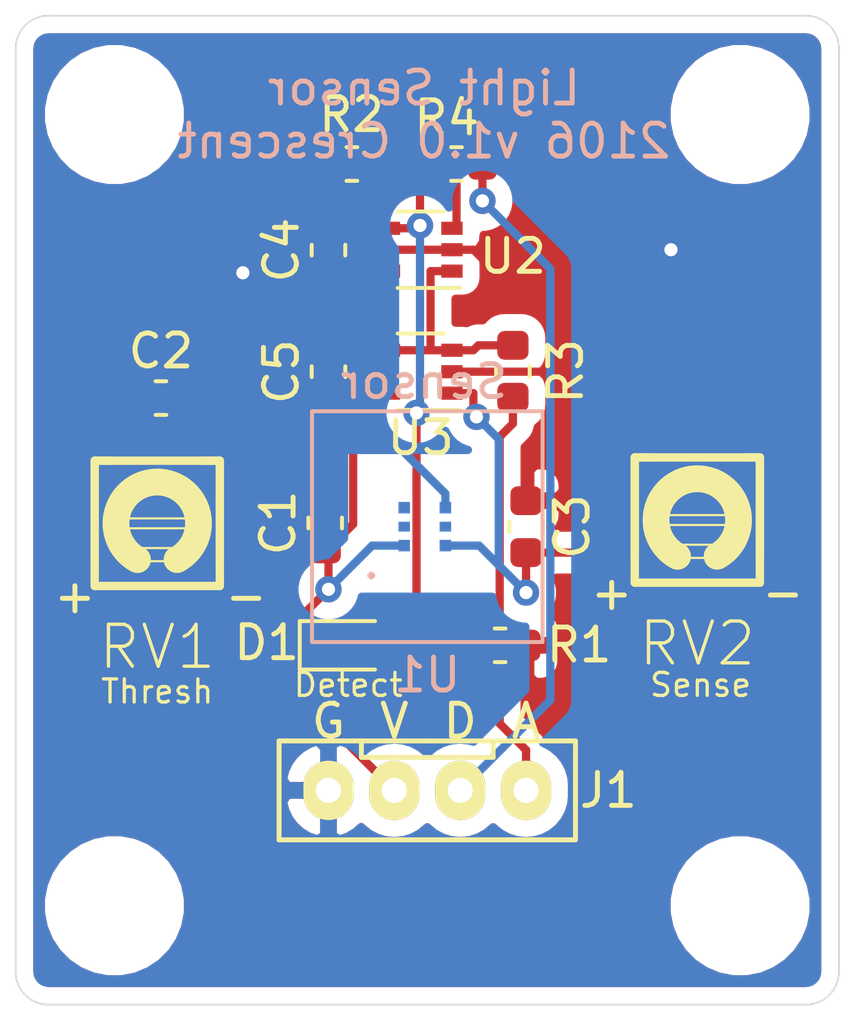
<source format=kicad_pcb>
(kicad_pcb (version 20171130) (host pcbnew "(5.1.2)-1")

  (general
    (thickness 1.6)
    (drawings 21)
    (tracks 154)
    (zones 0)
    (modules 20)
    (nets 10)
  )

  (page A4)
  (title_block
    (title "Light Sensor")
    (date 2021-06-27)
    (rev v1.0)
    (company Crescent)
  )

  (layers
    (0 F.Cu signal)
    (31 B.Cu signal)
    (32 B.Adhes user)
    (33 F.Adhes user)
    (34 B.Paste user)
    (35 F.Paste user)
    (36 B.SilkS user)
    (37 F.SilkS user)
    (38 B.Mask user)
    (39 F.Mask user)
    (40 Dwgs.User user)
    (41 Cmts.User user)
    (42 Eco1.User user)
    (43 Eco2.User user)
    (44 Edge.Cuts user)
    (45 Margin user)
    (46 B.CrtYd user)
    (47 F.CrtYd user)
    (48 B.Fab user hide)
    (49 F.Fab user hide)
  )

  (setup
    (last_trace_width 0.25)
    (trace_clearance 0.2)
    (zone_clearance 0.508)
    (zone_45_only no)
    (trace_min 0.2)
    (via_size 0.8)
    (via_drill 0.4)
    (via_min_size 0.4)
    (via_min_drill 0.3)
    (uvia_size 0.3)
    (uvia_drill 0.1)
    (uvias_allowed no)
    (uvia_min_size 0.2)
    (uvia_min_drill 0.1)
    (edge_width 0.05)
    (segment_width 0.2)
    (pcb_text_width 0.3)
    (pcb_text_size 1.5 1.5)
    (mod_edge_width 0.12)
    (mod_text_size 1 1)
    (mod_text_width 0.15)
    (pad_size 1.524 1.524)
    (pad_drill 0.762)
    (pad_to_mask_clearance 0.051)
    (solder_mask_min_width 0.25)
    (aux_axis_origin 0 0)
    (visible_elements 7FFFFFFF)
    (pcbplotparams
      (layerselection 0x010fc_ffffffff)
      (usegerberextensions true)
      (usegerberattributes false)
      (usegerberadvancedattributes false)
      (creategerberjobfile false)
      (excludeedgelayer true)
      (linewidth 0.100000)
      (plotframeref false)
      (viasonmask false)
      (mode 1)
      (useauxorigin false)
      (hpglpennumber 1)
      (hpglpenspeed 20)
      (hpglpendiameter 15.000000)
      (psnegative false)
      (psa4output false)
      (plotreference true)
      (plotvalue true)
      (plotinvisibletext false)
      (padsonsilk false)
      (subtractmaskfromsilk true)
      (outputformat 1)
      (mirror false)
      (drillshape 0)
      (scaleselection 1)
      (outputdirectory "gerber/"))
  )

  (net 0 "")
  (net 1 GND)
  (net 2 VCC)
  (net 3 "Net-(C2-Pad1)")
  (net 4 "Net-(C3-Pad1)")
  (net 5 "Net-(D1-Pad2)")
  (net 6 "Net-(D1-Pad1)")
  (net 7 /DOUT)
  (net 8 /AOUT)
  (net 9 "Net-(R3-Pad2)")

  (net_class Default "これはデフォルトのネット クラスです。"
    (clearance 0.2)
    (trace_width 0.25)
    (via_dia 0.8)
    (via_drill 0.4)
    (uvia_dia 0.3)
    (uvia_drill 0.1)
    (add_net /AOUT)
    (add_net /DOUT)
    (add_net GND)
    (add_net "Net-(C2-Pad1)")
    (add_net "Net-(C3-Pad1)")
    (add_net "Net-(D1-Pad1)")
    (add_net "Net-(D1-Pad2)")
    (add_net "Net-(R3-Pad2)")
    (add_net VCC)
  )

  (module MountingHole:MountingHole_3.2mm_M3 (layer F.Cu) (tedit 56D1B4CB) (tstamp 60D81934)
    (at 157 112)
    (descr "Mounting Hole 3.2mm, no annular, M3")
    (tags "mounting hole 3.2mm no annular m3")
    (path /60DD6802)
    (attr virtual)
    (fp_text reference H4 (at 0 -4.2) (layer F.SilkS) hide
      (effects (font (size 1 1) (thickness 0.15)))
    )
    (fp_text value MountingHole (at 0 4.2) (layer F.Fab)
      (effects (font (size 1 1) (thickness 0.15)))
    )
    (fp_circle (center 0 0) (end 3.45 0) (layer F.CrtYd) (width 0.05))
    (fp_circle (center 0 0) (end 3.2 0) (layer Cmts.User) (width 0.15))
    (fp_text user %R (at 0.3 0) (layer F.Fab)
      (effects (font (size 1 1) (thickness 0.15)))
    )
    (pad 1 np_thru_hole circle (at 0 0) (size 3.2 3.2) (drill 3.2) (layers *.Cu *.Mask))
  )

  (module MountingHole:MountingHole_3.2mm_M3 (layer F.Cu) (tedit 56D1B4CB) (tstamp 60D8240F)
    (at 157 88)
    (descr "Mounting Hole 3.2mm, no annular, M3")
    (tags "mounting hole 3.2mm no annular m3")
    (path /60DD67FC)
    (attr virtual)
    (fp_text reference H3 (at 0 -4.2) (layer F.SilkS) hide
      (effects (font (size 1 1) (thickness 0.15)))
    )
    (fp_text value MountingHole (at 0 4.2) (layer F.Fab)
      (effects (font (size 1 1) (thickness 0.15)))
    )
    (fp_circle (center 0 0) (end 3.45 0) (layer F.CrtYd) (width 0.05))
    (fp_circle (center 0 0) (end 3.2 0) (layer Cmts.User) (width 0.15))
    (fp_text user %R (at 0.3 0) (layer F.Fab)
      (effects (font (size 1 1) (thickness 0.15)))
    )
    (pad 1 np_thru_hole circle (at 0 0) (size 3.2 3.2) (drill 3.2) (layers *.Cu *.Mask))
  )

  (module MountingHole:MountingHole_3.2mm_M3 (layer F.Cu) (tedit 56D1B4CB) (tstamp 60D81B1A)
    (at 138 112)
    (descr "Mounting Hole 3.2mm, no annular, M3")
    (tags "mounting hole 3.2mm no annular m3")
    (path /60DD517D)
    (attr virtual)
    (fp_text reference H2 (at 0 -4.2) (layer F.SilkS) hide
      (effects (font (size 1 1) (thickness 0.15)))
    )
    (fp_text value MountingHole (at 0 4.2) (layer F.Fab)
      (effects (font (size 1 1) (thickness 0.15)))
    )
    (fp_circle (center 0 0) (end 3.45 0) (layer F.CrtYd) (width 0.05))
    (fp_circle (center 0 0) (end 3.2 0) (layer Cmts.User) (width 0.15))
    (fp_text user %R (at 0.3 0) (layer F.Fab)
      (effects (font (size 1 1) (thickness 0.15)))
    )
    (pad 1 np_thru_hole circle (at 0 0) (size 3.2 3.2) (drill 3.2) (layers *.Cu *.Mask))
  )

  (module MountingHole:MountingHole_3.2mm_M3 (layer F.Cu) (tedit 56D1B4CB) (tstamp 60D8191C)
    (at 138 88)
    (descr "Mounting Hole 3.2mm, no annular, M3")
    (tags "mounting hole 3.2mm no annular m3")
    (path /60DD4C9C)
    (attr virtual)
    (fp_text reference H1 (at 0 -4.2) (layer F.SilkS) hide
      (effects (font (size 1 1) (thickness 0.15)))
    )
    (fp_text value MountingHole (at 0 4.2) (layer F.Fab)
      (effects (font (size 1 1) (thickness 0.15)))
    )
    (fp_circle (center 0 0) (end 3.45 0) (layer F.CrtYd) (width 0.05))
    (fp_circle (center 0 0) (end 3.2 0) (layer Cmts.User) (width 0.15))
    (fp_text user %R (at 0.3 0) (layer F.Fab)
      (effects (font (size 1 1) (thickness 0.15)))
    )
    (pad 1 np_thru_hole circle (at 0 0) (size 3.2 3.2) (drill 3.2) (layers *.Cu *.Mask))
  )

  (module Package_TO_SOT_SMD:SOT-353_SC-70-5 (layer F.Cu) (tedit 5A02FF57) (tstamp 60D814F4)
    (at 147.3 95.8 180)
    (descr "SOT-353, SC-70-5")
    (tags "SOT-353 SC-70-5")
    (path /60D8816D)
    (attr smd)
    (fp_text reference U3 (at 0 -2) (layer F.SilkS)
      (effects (font (size 1 1) (thickness 0.15)))
    )
    (fp_text value LM321 (at 0 2 180) (layer F.Fab)
      (effects (font (size 1 1) (thickness 0.15)))
    )
    (fp_line (start -0.175 -1.1) (end -0.675 -0.6) (layer F.Fab) (width 0.1))
    (fp_line (start 0.675 1.1) (end -0.675 1.1) (layer F.Fab) (width 0.1))
    (fp_line (start 0.675 -1.1) (end 0.675 1.1) (layer F.Fab) (width 0.1))
    (fp_line (start -1.6 1.4) (end 1.6 1.4) (layer F.CrtYd) (width 0.05))
    (fp_line (start -0.675 -0.6) (end -0.675 1.1) (layer F.Fab) (width 0.1))
    (fp_line (start 0.675 -1.1) (end -0.175 -1.1) (layer F.Fab) (width 0.1))
    (fp_line (start -1.6 -1.4) (end 1.6 -1.4) (layer F.CrtYd) (width 0.05))
    (fp_line (start -1.6 -1.4) (end -1.6 1.4) (layer F.CrtYd) (width 0.05))
    (fp_line (start 1.6 1.4) (end 1.6 -1.4) (layer F.CrtYd) (width 0.05))
    (fp_line (start -0.7 1.16) (end 0.7 1.16) (layer F.SilkS) (width 0.12))
    (fp_line (start 0.7 -1.16) (end -1.2 -1.16) (layer F.SilkS) (width 0.12))
    (fp_text user %R (at 0 0 90) (layer F.Fab)
      (effects (font (size 0.5 0.5) (thickness 0.075)))
    )
    (pad 5 smd rect (at 0.95 -0.65 180) (size 0.65 0.4) (layers F.Cu F.Paste F.Mask)
      (net 2 VCC))
    (pad 4 smd rect (at 0.95 0.65 180) (size 0.65 0.4) (layers F.Cu F.Paste F.Mask)
      (net 9 "Net-(R3-Pad2)"))
    (pad 2 smd rect (at -0.95 0 180) (size 0.65 0.4) (layers F.Cu F.Paste F.Mask)
      (net 1 GND))
    (pad 3 smd rect (at -0.95 0.65 180) (size 0.65 0.4) (layers F.Cu F.Paste F.Mask)
      (net 9 "Net-(R3-Pad2)"))
    (pad 1 smd rect (at -0.95 -0.65 180) (size 0.65 0.4) (layers F.Cu F.Paste F.Mask)
      (net 4 "Net-(C3-Pad1)"))
    (model ${KISYS3DMOD}/Package_TO_SOT_SMD.3dshapes/SOT-353_SC-70-5.wrl
      (at (xyz 0 0 0))
      (scale (xyz 1 1 1))
      (rotate (xyz 0 0 0))
    )
  )

  (module Package_TO_SOT_SMD:SOT-353_SC-70-5 (layer F.Cu) (tedit 5A02FF57) (tstamp 60D814DF)
    (at 147.3 92.1 180)
    (descr "SOT-353, SC-70-5")
    (tags "SOT-353 SC-70-5")
    (path /60D9E899)
    (attr smd)
    (fp_text reference U2 (at -2.8 -0.2) (layer F.SilkS)
      (effects (font (size 1 1) (thickness 0.15)))
    )
    (fp_text value LMV331 (at 0 2 180) (layer F.Fab)
      (effects (font (size 1 1) (thickness 0.15)))
    )
    (fp_line (start -0.175 -1.1) (end -0.675 -0.6) (layer F.Fab) (width 0.1))
    (fp_line (start 0.675 1.1) (end -0.675 1.1) (layer F.Fab) (width 0.1))
    (fp_line (start 0.675 -1.1) (end 0.675 1.1) (layer F.Fab) (width 0.1))
    (fp_line (start -1.6 1.4) (end 1.6 1.4) (layer F.CrtYd) (width 0.05))
    (fp_line (start -0.675 -0.6) (end -0.675 1.1) (layer F.Fab) (width 0.1))
    (fp_line (start 0.675 -1.1) (end -0.175 -1.1) (layer F.Fab) (width 0.1))
    (fp_line (start -1.6 -1.4) (end 1.6 -1.4) (layer F.CrtYd) (width 0.05))
    (fp_line (start -1.6 -1.4) (end -1.6 1.4) (layer F.CrtYd) (width 0.05))
    (fp_line (start 1.6 1.4) (end 1.6 -1.4) (layer F.CrtYd) (width 0.05))
    (fp_line (start -0.7 1.16) (end 0.7 1.16) (layer F.SilkS) (width 0.12))
    (fp_line (start 0.7 -1.16) (end -1.2 -1.16) (layer F.SilkS) (width 0.12))
    (fp_text user %R (at 0 0 90) (layer F.Fab)
      (effects (font (size 0.5 0.5) (thickness 0.075)))
    )
    (pad 5 smd rect (at 0.95 -0.65 180) (size 0.65 0.4) (layers F.Cu F.Paste F.Mask)
      (net 2 VCC))
    (pad 4 smd rect (at 0.95 0.65 180) (size 0.65 0.4) (layers F.Cu F.Paste F.Mask)
      (net 5 "Net-(D1-Pad2)"))
    (pad 2 smd rect (at -0.95 0 180) (size 0.65 0.4) (layers F.Cu F.Paste F.Mask)
      (net 1 GND))
    (pad 3 smd rect (at -0.95 0.65 180) (size 0.65 0.4) (layers F.Cu F.Paste F.Mask)
      (net 3 "Net-(C2-Pad1)"))
    (pad 1 smd rect (at -0.95 -0.65 180) (size 0.65 0.4) (layers F.Cu F.Paste F.Mask)
      (net 9 "Net-(R3-Pad2)"))
    (model ${KISYS3DMOD}/Package_TO_SOT_SMD.3dshapes/SOT-353_SC-70-5.wrl
      (at (xyz 0 0 0))
      (scale (xyz 1 1 1))
      (rotate (xyz 0 0 0))
    )
  )

  (module LightSensor:APDS-9008 (layer B.Cu) (tedit 5FCF510E) (tstamp 60D814CA)
    (at 146.8 100.5)
    (path /60D74278)
    (fp_text reference U1 (at 0.7 4.5) (layer B.SilkS)
      (effects (font (size 1 1) (thickness 0.15)) (justify mirror))
    )
    (fp_text value APDS-9008 (at 0 1.94) (layer B.Fab)
      (effects (font (size 1 1) (thickness 0.15)) (justify mirror))
    )
    (fp_text user . (at -1 1.075) (layer B.SilkS)
      (effects (font (size 1 1) (thickness 0.15)) (justify mirror))
    )
    (pad 6 smd rect (at 1.25 0.575) (size 0.35 0.35) (layers B.Cu B.Paste B.Mask)
      (net 4 "Net-(C3-Pad1)"))
    (pad 5 smd rect (at 1.25 0) (size 0.35 0.3) (layers B.Cu B.Paste B.Mask))
    (pad 4 smd rect (at 1.25 -0.575) (size 0.35 0.35) (layers B.Cu B.Paste B.Mask)
      (net 1 GND))
    (pad 3 smd rect (at 0 -0.575) (size 0.35 0.35) (layers B.Cu B.Paste B.Mask))
    (pad 2 smd rect (at 0 0) (size 0.35 0.3) (layers B.Cu B.Paste B.Mask))
    (pad 1 smd rect (at 0 0.575) (size 0.35 0.35) (layers B.Cu B.Paste B.Mask)
      (net 2 VCC))
  )

  (module RV:rcl-RTRIMCVR42A (layer F.Cu) (tedit 58A1A400) (tstamp 60D814BF)
    (at 155.7 100.3)
    (descr "TRIMM RESISTOR AVX")
    (tags "TRIMM RESISTOR AVX")
    (path /60D747A2)
    (attr smd)
    (fp_text reference RV2 (at 0 3.75 -180) (layer F.SilkS)
      (effects (font (size 1.27 1.27) (thickness 0.1016)))
    )
    (fp_text value 10k (at 2.87274 -1.1176 90) (layer F.SilkS) hide
      (effects (font (size 1.27 1.27) (thickness 0.1016)))
    )
    (fp_line (start -0.6477 1.14808) (end 0.6477 1.14808) (layer F.SilkS) (width 0.06604))
    (fp_line (start 0.6477 1.14808) (end 0.6477 0.7493) (layer F.SilkS) (width 0.06604))
    (fp_line (start -0.6477 0.7493) (end 0.6477 0.7493) (layer F.SilkS) (width 0.06604))
    (fp_line (start -0.6477 1.14808) (end -0.6477 0.7493) (layer F.SilkS) (width 0.06604))
    (fp_line (start -1.04902 0.14986) (end 1.04902 0.14986) (layer F.SilkS) (width 0.06604))
    (fp_line (start 1.04902 0.14986) (end 1.04902 -0.14986) (layer F.SilkS) (width 0.06604))
    (fp_line (start -1.04902 -0.14986) (end 1.04902 -0.14986) (layer F.SilkS) (width 0.06604))
    (fp_line (start -1.04902 0.14986) (end -1.04902 -0.14986) (layer F.SilkS) (width 0.06604))
    (fp_line (start -1.89992 -1.89992) (end -1.89992 1.89992) (layer F.SilkS) (width 0.254))
    (fp_line (start -1.89992 1.89992) (end 1.89992 1.89992) (layer F.SilkS) (width 0.254))
    (fp_line (start 1.89992 1.89992) (end 1.89992 -1.89992) (layer F.SilkS) (width 0.254))
    (fp_line (start 1.89992 -1.89992) (end -1.89992 -1.89992) (layer F.SilkS) (width 0.254))
    (fp_line (start -1.89992 1.14808) (end -1.89992 -1.89992) (layer F.SilkS) (width 0.254))
    (fp_line (start -1.89992 -1.89992) (end -1.34874 -1.89992) (layer F.SilkS) (width 0.254))
    (fp_line (start 1.89992 1.14808) (end 1.89992 -1.89992) (layer F.SilkS) (width 0.254))
    (fp_line (start 1.89992 -1.89992) (end 1.34874 -1.89992) (layer F.SilkS) (width 0.254))
    (fp_arc (start 0 0) (end -0.59944 1.09982) (angle 302.7) (layer F.SilkS) (width 0.8128))
    (pad 1 smd rect (at -1.14808 2.04978) (size 1.29794 1.39954) (layers F.Cu F.Paste F.Mask)
      (net 4 "Net-(C3-Pad1)"))
    (pad 2 smd rect (at 0 -1.79832) (size 2.2987 1.4986) (layers F.Cu F.Paste F.Mask)
      (net 1 GND))
    (pad 3 smd rect (at 1.14808 2.04978) (size 1.29794 1.39954) (layers F.Cu F.Paste F.Mask)
      (net 1 GND))
  )

  (module RV:rcl-RTRIMCVR42A (layer F.Cu) (tedit 58A1A400) (tstamp 60D814A7)
    (at 139.3 100.4)
    (descr "TRIMM RESISTOR AVX")
    (tags "TRIMM RESISTOR AVX")
    (path /60D7509A)
    (attr smd)
    (fp_text reference RV1 (at 0 3.75 -180) (layer F.SilkS)
      (effects (font (size 1.27 1.27) (thickness 0.1016)))
    )
    (fp_text value 10k (at 2.87274 -1.1176 90) (layer F.SilkS) hide
      (effects (font (size 1.27 1.27) (thickness 0.1016)))
    )
    (fp_line (start -0.6477 1.14808) (end 0.6477 1.14808) (layer F.SilkS) (width 0.06604))
    (fp_line (start 0.6477 1.14808) (end 0.6477 0.7493) (layer F.SilkS) (width 0.06604))
    (fp_line (start -0.6477 0.7493) (end 0.6477 0.7493) (layer F.SilkS) (width 0.06604))
    (fp_line (start -0.6477 1.14808) (end -0.6477 0.7493) (layer F.SilkS) (width 0.06604))
    (fp_line (start -1.04902 0.14986) (end 1.04902 0.14986) (layer F.SilkS) (width 0.06604))
    (fp_line (start 1.04902 0.14986) (end 1.04902 -0.14986) (layer F.SilkS) (width 0.06604))
    (fp_line (start -1.04902 -0.14986) (end 1.04902 -0.14986) (layer F.SilkS) (width 0.06604))
    (fp_line (start -1.04902 0.14986) (end -1.04902 -0.14986) (layer F.SilkS) (width 0.06604))
    (fp_line (start -1.89992 -1.89992) (end -1.89992 1.89992) (layer F.SilkS) (width 0.254))
    (fp_line (start -1.89992 1.89992) (end 1.89992 1.89992) (layer F.SilkS) (width 0.254))
    (fp_line (start 1.89992 1.89992) (end 1.89992 -1.89992) (layer F.SilkS) (width 0.254))
    (fp_line (start 1.89992 -1.89992) (end -1.89992 -1.89992) (layer F.SilkS) (width 0.254))
    (fp_line (start -1.89992 1.14808) (end -1.89992 -1.89992) (layer F.SilkS) (width 0.254))
    (fp_line (start -1.89992 -1.89992) (end -1.34874 -1.89992) (layer F.SilkS) (width 0.254))
    (fp_line (start 1.89992 1.14808) (end 1.89992 -1.89992) (layer F.SilkS) (width 0.254))
    (fp_line (start 1.89992 -1.89992) (end 1.34874 -1.89992) (layer F.SilkS) (width 0.254))
    (fp_arc (start 0 0) (end -0.59944 1.09982) (angle 302.7) (layer F.SilkS) (width 0.8128))
    (pad 1 smd rect (at -1.14808 2.04978) (size 1.29794 1.39954) (layers F.Cu F.Paste F.Mask)
      (net 2 VCC))
    (pad 2 smd rect (at 0 -1.79832) (size 2.2987 1.4986) (layers F.Cu F.Paste F.Mask)
      (net 3 "Net-(C2-Pad1)"))
    (pad 3 smd rect (at 1.14808 2.04978) (size 1.29794 1.39954) (layers F.Cu F.Paste F.Mask)
      (net 1 GND))
  )

  (module Resistor_SMD:R_0603_1608Metric (layer F.Cu) (tedit 5B301BBD) (tstamp 60D8148F)
    (at 148.388 89.5 180)
    (descr "Resistor SMD 0603 (1608 Metric), square (rectangular) end terminal, IPC_7351 nominal, (Body size source: http://www.tortai-tech.com/upload/download/2011102023233369053.pdf), generated with kicad-footprint-generator")
    (tags resistor)
    (path /60DACCD5)
    (attr smd)
    (fp_text reference R4 (at 0.3 1.4) (layer F.SilkS)
      (effects (font (size 1 1) (thickness 0.15)))
    )
    (fp_text value 10 (at 0 1.43) (layer F.Fab)
      (effects (font (size 1 1) (thickness 0.15)))
    )
    (fp_text user %R (at 0 0) (layer F.Fab)
      (effects (font (size 0.4 0.4) (thickness 0.06)))
    )
    (fp_line (start 1.48 0.73) (end -1.48 0.73) (layer F.CrtYd) (width 0.05))
    (fp_line (start 1.48 -0.73) (end 1.48 0.73) (layer F.CrtYd) (width 0.05))
    (fp_line (start -1.48 -0.73) (end 1.48 -0.73) (layer F.CrtYd) (width 0.05))
    (fp_line (start -1.48 0.73) (end -1.48 -0.73) (layer F.CrtYd) (width 0.05))
    (fp_line (start -0.162779 0.51) (end 0.162779 0.51) (layer F.SilkS) (width 0.12))
    (fp_line (start -0.162779 -0.51) (end 0.162779 -0.51) (layer F.SilkS) (width 0.12))
    (fp_line (start 0.8 0.4) (end -0.8 0.4) (layer F.Fab) (width 0.1))
    (fp_line (start 0.8 -0.4) (end 0.8 0.4) (layer F.Fab) (width 0.1))
    (fp_line (start -0.8 -0.4) (end 0.8 -0.4) (layer F.Fab) (width 0.1))
    (fp_line (start -0.8 0.4) (end -0.8 -0.4) (layer F.Fab) (width 0.1))
    (pad 2 smd roundrect (at 0.7875 0 180) (size 0.875 0.95) (layers F.Cu F.Paste F.Mask) (roundrect_rratio 0.25)
      (net 5 "Net-(D1-Pad2)"))
    (pad 1 smd roundrect (at -0.7875 0 180) (size 0.875 0.95) (layers F.Cu F.Paste F.Mask) (roundrect_rratio 0.25)
      (net 7 /DOUT))
    (model ${KISYS3DMOD}/Resistor_SMD.3dshapes/R_0603_1608Metric.wrl
      (at (xyz 0 0 0))
      (scale (xyz 1 1 1))
      (rotate (xyz 0 0 0))
    )
  )

  (module Resistor_SMD:R_0603_1608Metric (layer F.Cu) (tedit 5B301BBD) (tstamp 60D8147E)
    (at 150.1 95.7875 90)
    (descr "Resistor SMD 0603 (1608 Metric), square (rectangular) end terminal, IPC_7351 nominal, (Body size source: http://www.tortai-tech.com/upload/download/2011102023233369053.pdf), generated with kicad-footprint-generator")
    (tags resistor)
    (path /60D8B179)
    (attr smd)
    (fp_text reference R3 (at 0 1.6 90) (layer F.SilkS)
      (effects (font (size 1 1) (thickness 0.15)))
    )
    (fp_text value 10 (at 0 1.43 90) (layer F.Fab)
      (effects (font (size 1 1) (thickness 0.15)))
    )
    (fp_text user %R (at 0 0 90) (layer F.Fab)
      (effects (font (size 0.4 0.4) (thickness 0.06)))
    )
    (fp_line (start 1.48 0.73) (end -1.48 0.73) (layer F.CrtYd) (width 0.05))
    (fp_line (start 1.48 -0.73) (end 1.48 0.73) (layer F.CrtYd) (width 0.05))
    (fp_line (start -1.48 -0.73) (end 1.48 -0.73) (layer F.CrtYd) (width 0.05))
    (fp_line (start -1.48 0.73) (end -1.48 -0.73) (layer F.CrtYd) (width 0.05))
    (fp_line (start -0.162779 0.51) (end 0.162779 0.51) (layer F.SilkS) (width 0.12))
    (fp_line (start -0.162779 -0.51) (end 0.162779 -0.51) (layer F.SilkS) (width 0.12))
    (fp_line (start 0.8 0.4) (end -0.8 0.4) (layer F.Fab) (width 0.1))
    (fp_line (start 0.8 -0.4) (end 0.8 0.4) (layer F.Fab) (width 0.1))
    (fp_line (start -0.8 -0.4) (end 0.8 -0.4) (layer F.Fab) (width 0.1))
    (fp_line (start -0.8 0.4) (end -0.8 -0.4) (layer F.Fab) (width 0.1))
    (pad 2 smd roundrect (at 0.7875 0 90) (size 0.875 0.95) (layers F.Cu F.Paste F.Mask) (roundrect_rratio 0.25)
      (net 9 "Net-(R3-Pad2)"))
    (pad 1 smd roundrect (at -0.7875 0 90) (size 0.875 0.95) (layers F.Cu F.Paste F.Mask) (roundrect_rratio 0.25)
      (net 8 /AOUT))
    (model ${KISYS3DMOD}/Resistor_SMD.3dshapes/R_0603_1608Metric.wrl
      (at (xyz 0 0 0))
      (scale (xyz 1 1 1))
      (rotate (xyz 0 0 0))
    )
  )

  (module Resistor_SMD:R_0603_1608Metric (layer F.Cu) (tedit 5B301BBD) (tstamp 60D8146D)
    (at 145.212 89.5 180)
    (descr "Resistor SMD 0603 (1608 Metric), square (rectangular) end terminal, IPC_7351 nominal, (Body size source: http://www.tortai-tech.com/upload/download/2011102023233369053.pdf), generated with kicad-footprint-generator")
    (tags resistor)
    (path /60DCB7D7)
    (attr smd)
    (fp_text reference R2 (at 0.0125 1.5) (layer F.SilkS)
      (effects (font (size 1 1) (thickness 0.15)))
    )
    (fp_text value 330 (at 0 1.43) (layer F.Fab)
      (effects (font (size 1 1) (thickness 0.15)))
    )
    (fp_text user %R (at 0 0) (layer F.Fab)
      (effects (font (size 0.4 0.4) (thickness 0.06)))
    )
    (fp_line (start 1.48 0.73) (end -1.48 0.73) (layer F.CrtYd) (width 0.05))
    (fp_line (start 1.48 -0.73) (end 1.48 0.73) (layer F.CrtYd) (width 0.05))
    (fp_line (start -1.48 -0.73) (end 1.48 -0.73) (layer F.CrtYd) (width 0.05))
    (fp_line (start -1.48 0.73) (end -1.48 -0.73) (layer F.CrtYd) (width 0.05))
    (fp_line (start -0.162779 0.51) (end 0.162779 0.51) (layer F.SilkS) (width 0.12))
    (fp_line (start -0.162779 -0.51) (end 0.162779 -0.51) (layer F.SilkS) (width 0.12))
    (fp_line (start 0.8 0.4) (end -0.8 0.4) (layer F.Fab) (width 0.1))
    (fp_line (start 0.8 -0.4) (end 0.8 0.4) (layer F.Fab) (width 0.1))
    (fp_line (start -0.8 -0.4) (end 0.8 -0.4) (layer F.Fab) (width 0.1))
    (fp_line (start -0.8 0.4) (end -0.8 -0.4) (layer F.Fab) (width 0.1))
    (pad 2 smd roundrect (at 0.7875 0 180) (size 0.875 0.95) (layers F.Cu F.Paste F.Mask) (roundrect_rratio 0.25)
      (net 2 VCC))
    (pad 1 smd roundrect (at -0.7875 0 180) (size 0.875 0.95) (layers F.Cu F.Paste F.Mask) (roundrect_rratio 0.25)
      (net 5 "Net-(D1-Pad2)"))
    (model ${KISYS3DMOD}/Resistor_SMD.3dshapes/R_0603_1608Metric.wrl
      (at (xyz 0 0 0))
      (scale (xyz 1 1 1))
      (rotate (xyz 0 0 0))
    )
  )

  (module Resistor_SMD:R_0603_1608Metric (layer F.Cu) (tedit 5B301BBD) (tstamp 60D8145C)
    (at 149.712 104.1)
    (descr "Resistor SMD 0603 (1608 Metric), square (rectangular) end terminal, IPC_7351 nominal, (Body size source: http://www.tortai-tech.com/upload/download/2011102023233369053.pdf), generated with kicad-footprint-generator")
    (tags resistor)
    (path /60D7BB65)
    (attr smd)
    (fp_text reference R1 (at 2.4 -0.01) (layer F.SilkS)
      (effects (font (size 1 1) (thickness 0.15)))
    )
    (fp_text value 2.1k (at 0 1.43) (layer F.Fab)
      (effects (font (size 1 1) (thickness 0.15)))
    )
    (fp_text user %R (at 0 0) (layer F.Fab)
      (effects (font (size 0.4 0.4) (thickness 0.06)))
    )
    (fp_line (start 1.48 0.73) (end -1.48 0.73) (layer F.CrtYd) (width 0.05))
    (fp_line (start 1.48 -0.73) (end 1.48 0.73) (layer F.CrtYd) (width 0.05))
    (fp_line (start -1.48 -0.73) (end 1.48 -0.73) (layer F.CrtYd) (width 0.05))
    (fp_line (start -1.48 0.73) (end -1.48 -0.73) (layer F.CrtYd) (width 0.05))
    (fp_line (start -0.162779 0.51) (end 0.162779 0.51) (layer F.SilkS) (width 0.12))
    (fp_line (start -0.162779 -0.51) (end 0.162779 -0.51) (layer F.SilkS) (width 0.12))
    (fp_line (start 0.8 0.4) (end -0.8 0.4) (layer F.Fab) (width 0.1))
    (fp_line (start 0.8 -0.4) (end 0.8 0.4) (layer F.Fab) (width 0.1))
    (fp_line (start -0.8 -0.4) (end 0.8 -0.4) (layer F.Fab) (width 0.1))
    (fp_line (start -0.8 0.4) (end -0.8 -0.4) (layer F.Fab) (width 0.1))
    (pad 2 smd roundrect (at 0.7875 0) (size 0.875 0.95) (layers F.Cu F.Paste F.Mask) (roundrect_rratio 0.25)
      (net 1 GND))
    (pad 1 smd roundrect (at -0.7875 0) (size 0.875 0.95) (layers F.Cu F.Paste F.Mask) (roundrect_rratio 0.25)
      (net 6 "Net-(D1-Pad1)"))
    (model ${KISYS3DMOD}/Resistor_SMD.3dshapes/R_0603_1608Metric.wrl
      (at (xyz 0 0 0))
      (scale (xyz 1 1 1))
      (rotate (xyz 0 0 0))
    )
  )

  (module GroveCon:GROVE (layer F.Cu) (tedit 5A912222) (tstamp 60D8144B)
    (at 150.5 108.5 180)
    (path /60D740D6)
    (fp_text reference J1 (at -2.5 0) (layer F.SilkS)
      (effects (font (size 1 1) (thickness 0.15)))
    )
    (fp_text value Grove (at 0.5 -3) (layer F.Fab)
      (effects (font (size 1 1) (thickness 0.15)))
    )
    (fp_line (start 7.5 1.5) (end 3 1.5) (layer F.SilkS) (width 0.15))
    (fp_line (start 7.5 -1.5) (end 7.5 1.5) (layer F.SilkS) (width 0.15))
    (fp_line (start -1.5 -1.5) (end 7.5 -1.5) (layer F.SilkS) (width 0.15))
    (fp_line (start -1.5 1.5) (end -1.5 -1.5) (layer F.SilkS) (width 0.15))
    (fp_line (start 3 1.5) (end -1.5 1.5) (layer F.SilkS) (width 0.15))
    (fp_line (start 1 1) (end 1 1.5) (layer F.SilkS) (width 0.15))
    (fp_line (start 5 1) (end 1 1) (layer F.SilkS) (width 0.15))
    (fp_line (start 5 1.5) (end 5 1) (layer F.SilkS) (width 0.15))
    (fp_text user G (at 6 2.1) (layer F.SilkS)
      (effects (font (size 1 1) (thickness 0.15)))
    )
    (fp_text user V (at 4 2.1) (layer F.SilkS)
      (effects (font (size 1 1) (thickness 0.15)))
    )
    (fp_text user D (at 2 2.1) (layer F.SilkS)
      (effects (font (size 1 1) (thickness 0.15)))
    )
    (fp_text user A (at 0 2.1) (layer F.SilkS)
      (effects (font (size 1 1) (thickness 0.15)))
    )
    (pad 4 thru_hole oval (at 6 0 180) (size 1.524 1.8) (drill 0.762) (layers *.Cu *.Paste *.Mask F.SilkS)
      (net 1 GND))
    (pad 3 thru_hole oval (at 4 0 180) (size 1.524 1.8) (drill 0.762) (layers *.Cu *.Paste *.Mask F.SilkS)
      (net 2 VCC))
    (pad 2 thru_hole oval (at 2 0 180) (size 1.524 1.8) (drill 0.762) (layers *.Cu *.Paste *.Mask F.SilkS)
      (net 7 /DOUT))
    (pad 1 thru_hole oval (at 0 0 180) (size 1.524 1.8) (drill 0.762) (layers *.Cu *.Paste *.Mask F.SilkS)
      (net 8 /AOUT))
  )

  (module LED_SMD:LED_0603_1608Metric (layer F.Cu) (tedit 5B301BBE) (tstamp 60D81437)
    (at 145.112 104.1)
    (descr "LED SMD 0603 (1608 Metric), square (rectangular) end terminal, IPC_7351 nominal, (Body size source: http://www.tortai-tech.com/upload/download/2011102023233369053.pdf), generated with kicad-footprint-generator")
    (tags diode)
    (path /60DBE56A)
    (attr smd)
    (fp_text reference D1 (at -2.49 -0.08) (layer F.SilkS)
      (effects (font (size 1 1) (thickness 0.15)))
    )
    (fp_text value LED (at 0 1.43) (layer F.Fab)
      (effects (font (size 1 1) (thickness 0.15)))
    )
    (fp_text user %R (at 0 0) (layer F.Fab)
      (effects (font (size 0.4 0.4) (thickness 0.06)))
    )
    (fp_line (start 1.48 0.73) (end -1.48 0.73) (layer F.CrtYd) (width 0.05))
    (fp_line (start 1.48 -0.73) (end 1.48 0.73) (layer F.CrtYd) (width 0.05))
    (fp_line (start -1.48 -0.73) (end 1.48 -0.73) (layer F.CrtYd) (width 0.05))
    (fp_line (start -1.48 0.73) (end -1.48 -0.73) (layer F.CrtYd) (width 0.05))
    (fp_line (start -1.485 0.735) (end 0.8 0.735) (layer F.SilkS) (width 0.12))
    (fp_line (start -1.485 -0.735) (end -1.485 0.735) (layer F.SilkS) (width 0.12))
    (fp_line (start 0.8 -0.735) (end -1.485 -0.735) (layer F.SilkS) (width 0.12))
    (fp_line (start 0.8 0.4) (end 0.8 -0.4) (layer F.Fab) (width 0.1))
    (fp_line (start -0.8 0.4) (end 0.8 0.4) (layer F.Fab) (width 0.1))
    (fp_line (start -0.8 -0.1) (end -0.8 0.4) (layer F.Fab) (width 0.1))
    (fp_line (start -0.5 -0.4) (end -0.8 -0.1) (layer F.Fab) (width 0.1))
    (fp_line (start 0.8 -0.4) (end -0.5 -0.4) (layer F.Fab) (width 0.1))
    (pad 2 smd roundrect (at 0.7875 0) (size 0.875 0.95) (layers F.Cu F.Paste F.Mask) (roundrect_rratio 0.25)
      (net 5 "Net-(D1-Pad2)"))
    (pad 1 smd roundrect (at -0.7875 0) (size 0.875 0.95) (layers F.Cu F.Paste F.Mask) (roundrect_rratio 0.25)
      (net 6 "Net-(D1-Pad1)"))
    (model ${KISYS3DMOD}/LED_SMD.3dshapes/LED_0603_1608Metric.wrl
      (at (xyz 0 0 0))
      (scale (xyz 1 1 1))
      (rotate (xyz 0 0 0))
    )
  )

  (module Capacitor_SMD:C_0603_1608Metric (layer F.Cu) (tedit 5B301BBE) (tstamp 60D81424)
    (at 144.5 95.8 90)
    (descr "Capacitor SMD 0603 (1608 Metric), square (rectangular) end terminal, IPC_7351 nominal, (Body size source: http://www.tortai-tech.com/upload/download/2011102023233369053.pdf), generated with kicad-footprint-generator")
    (tags capacitor)
    (path /60DA3A06)
    (attr smd)
    (fp_text reference C5 (at 0 -1.43 90) (layer F.SilkS)
      (effects (font (size 1 1) (thickness 0.15)))
    )
    (fp_text value 0.1u (at 0 1.43 90) (layer F.Fab)
      (effects (font (size 1 1) (thickness 0.15)))
    )
    (fp_text user %R (at 0 0 90) (layer F.Fab)
      (effects (font (size 0.4 0.4) (thickness 0.06)))
    )
    (fp_line (start 1.48 0.73) (end -1.48 0.73) (layer F.CrtYd) (width 0.05))
    (fp_line (start 1.48 -0.73) (end 1.48 0.73) (layer F.CrtYd) (width 0.05))
    (fp_line (start -1.48 -0.73) (end 1.48 -0.73) (layer F.CrtYd) (width 0.05))
    (fp_line (start -1.48 0.73) (end -1.48 -0.73) (layer F.CrtYd) (width 0.05))
    (fp_line (start -0.162779 0.51) (end 0.162779 0.51) (layer F.SilkS) (width 0.12))
    (fp_line (start -0.162779 -0.51) (end 0.162779 -0.51) (layer F.SilkS) (width 0.12))
    (fp_line (start 0.8 0.4) (end -0.8 0.4) (layer F.Fab) (width 0.1))
    (fp_line (start 0.8 -0.4) (end 0.8 0.4) (layer F.Fab) (width 0.1))
    (fp_line (start -0.8 -0.4) (end 0.8 -0.4) (layer F.Fab) (width 0.1))
    (fp_line (start -0.8 0.4) (end -0.8 -0.4) (layer F.Fab) (width 0.1))
    (pad 2 smd roundrect (at 0.7875 0 90) (size 0.875 0.95) (layers F.Cu F.Paste F.Mask) (roundrect_rratio 0.25)
      (net 1 GND))
    (pad 1 smd roundrect (at -0.7875 0 90) (size 0.875 0.95) (layers F.Cu F.Paste F.Mask) (roundrect_rratio 0.25)
      (net 2 VCC))
    (model ${KISYS3DMOD}/Capacitor_SMD.3dshapes/C_0603_1608Metric.wrl
      (at (xyz 0 0 0))
      (scale (xyz 1 1 1))
      (rotate (xyz 0 0 0))
    )
  )

  (module Capacitor_SMD:C_0603_1608Metric (layer F.Cu) (tedit 5B301BBE) (tstamp 60D81413)
    (at 144.5 92.1125 90)
    (descr "Capacitor SMD 0603 (1608 Metric), square (rectangular) end terminal, IPC_7351 nominal, (Body size source: http://www.tortai-tech.com/upload/download/2011102023233369053.pdf), generated with kicad-footprint-generator")
    (tags capacitor)
    (path /60DA7E67)
    (attr smd)
    (fp_text reference C4 (at 0 -1.43 90) (layer F.SilkS)
      (effects (font (size 1 1) (thickness 0.15)))
    )
    (fp_text value 0.1u (at 0 1.43 90) (layer F.Fab)
      (effects (font (size 1 1) (thickness 0.15)))
    )
    (fp_text user %R (at 0 0 90) (layer F.Fab)
      (effects (font (size 0.4 0.4) (thickness 0.06)))
    )
    (fp_line (start 1.48 0.73) (end -1.48 0.73) (layer F.CrtYd) (width 0.05))
    (fp_line (start 1.48 -0.73) (end 1.48 0.73) (layer F.CrtYd) (width 0.05))
    (fp_line (start -1.48 -0.73) (end 1.48 -0.73) (layer F.CrtYd) (width 0.05))
    (fp_line (start -1.48 0.73) (end -1.48 -0.73) (layer F.CrtYd) (width 0.05))
    (fp_line (start -0.162779 0.51) (end 0.162779 0.51) (layer F.SilkS) (width 0.12))
    (fp_line (start -0.162779 -0.51) (end 0.162779 -0.51) (layer F.SilkS) (width 0.12))
    (fp_line (start 0.8 0.4) (end -0.8 0.4) (layer F.Fab) (width 0.1))
    (fp_line (start 0.8 -0.4) (end 0.8 0.4) (layer F.Fab) (width 0.1))
    (fp_line (start -0.8 -0.4) (end 0.8 -0.4) (layer F.Fab) (width 0.1))
    (fp_line (start -0.8 0.4) (end -0.8 -0.4) (layer F.Fab) (width 0.1))
    (pad 2 smd roundrect (at 0.7875 0 90) (size 0.875 0.95) (layers F.Cu F.Paste F.Mask) (roundrect_rratio 0.25)
      (net 1 GND))
    (pad 1 smd roundrect (at -0.7875 0 90) (size 0.875 0.95) (layers F.Cu F.Paste F.Mask) (roundrect_rratio 0.25)
      (net 2 VCC))
    (model ${KISYS3DMOD}/Capacitor_SMD.3dshapes/C_0603_1608Metric.wrl
      (at (xyz 0 0 0))
      (scale (xyz 1 1 1))
      (rotate (xyz 0 0 0))
    )
  )

  (module Capacitor_SMD:C_0603_1608Metric (layer F.Cu) (tedit 5B301BBE) (tstamp 60D81402)
    (at 150.5 100.5 90)
    (descr "Capacitor SMD 0603 (1608 Metric), square (rectangular) end terminal, IPC_7351 nominal, (Body size source: http://www.tortai-tech.com/upload/download/2011102023233369053.pdf), generated with kicad-footprint-generator")
    (tags capacitor)
    (path /60DAF302)
    (attr smd)
    (fp_text reference C3 (at 0 1.4 90) (layer F.SilkS)
      (effects (font (size 1 1) (thickness 0.15)))
    )
    (fp_text value 0.1u (at 0 1.43 90) (layer F.Fab)
      (effects (font (size 1 1) (thickness 0.15)))
    )
    (fp_text user %R (at 0 0 90) (layer F.Fab)
      (effects (font (size 0.4 0.4) (thickness 0.06)))
    )
    (fp_line (start 1.48 0.73) (end -1.48 0.73) (layer F.CrtYd) (width 0.05))
    (fp_line (start 1.48 -0.73) (end 1.48 0.73) (layer F.CrtYd) (width 0.05))
    (fp_line (start -1.48 -0.73) (end 1.48 -0.73) (layer F.CrtYd) (width 0.05))
    (fp_line (start -1.48 0.73) (end -1.48 -0.73) (layer F.CrtYd) (width 0.05))
    (fp_line (start -0.162779 0.51) (end 0.162779 0.51) (layer F.SilkS) (width 0.12))
    (fp_line (start -0.162779 -0.51) (end 0.162779 -0.51) (layer F.SilkS) (width 0.12))
    (fp_line (start 0.8 0.4) (end -0.8 0.4) (layer F.Fab) (width 0.1))
    (fp_line (start 0.8 -0.4) (end 0.8 0.4) (layer F.Fab) (width 0.1))
    (fp_line (start -0.8 -0.4) (end 0.8 -0.4) (layer F.Fab) (width 0.1))
    (fp_line (start -0.8 0.4) (end -0.8 -0.4) (layer F.Fab) (width 0.1))
    (pad 2 smd roundrect (at 0.7875 0 90) (size 0.875 0.95) (layers F.Cu F.Paste F.Mask) (roundrect_rratio 0.25)
      (net 1 GND))
    (pad 1 smd roundrect (at -0.7875 0 90) (size 0.875 0.95) (layers F.Cu F.Paste F.Mask) (roundrect_rratio 0.25)
      (net 4 "Net-(C3-Pad1)"))
    (model ${KISYS3DMOD}/Capacitor_SMD.3dshapes/C_0603_1608Metric.wrl
      (at (xyz 0 0 0))
      (scale (xyz 1 1 1))
      (rotate (xyz 0 0 0))
    )
  )

  (module Capacitor_SMD:C_0603_1608Metric (layer F.Cu) (tedit 5B301BBE) (tstamp 60D813F1)
    (at 139.412 96.6)
    (descr "Capacitor SMD 0603 (1608 Metric), square (rectangular) end terminal, IPC_7351 nominal, (Body size source: http://www.tortai-tech.com/upload/download/2011102023233369053.pdf), generated with kicad-footprint-generator")
    (tags capacitor)
    (path /60DA2CA7)
    (attr smd)
    (fp_text reference C2 (at 0 -1.43) (layer F.SilkS)
      (effects (font (size 1 1) (thickness 0.15)))
    )
    (fp_text value 0.1u (at 0 1.43) (layer F.Fab)
      (effects (font (size 1 1) (thickness 0.15)))
    )
    (fp_text user %R (at 0 0) (layer F.Fab)
      (effects (font (size 0.4 0.4) (thickness 0.06)))
    )
    (fp_line (start 1.48 0.73) (end -1.48 0.73) (layer F.CrtYd) (width 0.05))
    (fp_line (start 1.48 -0.73) (end 1.48 0.73) (layer F.CrtYd) (width 0.05))
    (fp_line (start -1.48 -0.73) (end 1.48 -0.73) (layer F.CrtYd) (width 0.05))
    (fp_line (start -1.48 0.73) (end -1.48 -0.73) (layer F.CrtYd) (width 0.05))
    (fp_line (start -0.162779 0.51) (end 0.162779 0.51) (layer F.SilkS) (width 0.12))
    (fp_line (start -0.162779 -0.51) (end 0.162779 -0.51) (layer F.SilkS) (width 0.12))
    (fp_line (start 0.8 0.4) (end -0.8 0.4) (layer F.Fab) (width 0.1))
    (fp_line (start 0.8 -0.4) (end 0.8 0.4) (layer F.Fab) (width 0.1))
    (fp_line (start -0.8 -0.4) (end 0.8 -0.4) (layer F.Fab) (width 0.1))
    (fp_line (start -0.8 0.4) (end -0.8 -0.4) (layer F.Fab) (width 0.1))
    (pad 2 smd roundrect (at 0.7875 0) (size 0.875 0.95) (layers F.Cu F.Paste F.Mask) (roundrect_rratio 0.25)
      (net 1 GND))
    (pad 1 smd roundrect (at -0.7875 0) (size 0.875 0.95) (layers F.Cu F.Paste F.Mask) (roundrect_rratio 0.25)
      (net 3 "Net-(C2-Pad1)"))
    (model ${KISYS3DMOD}/Capacitor_SMD.3dshapes/C_0603_1608Metric.wrl
      (at (xyz 0 0 0))
      (scale (xyz 1 1 1))
      (rotate (xyz 0 0 0))
    )
  )

  (module Capacitor_SMD:C_0603_1608Metric (layer F.Cu) (tedit 5B301BBE) (tstamp 60D813E0)
    (at 144.4 100.388 90)
    (descr "Capacitor SMD 0603 (1608 Metric), square (rectangular) end terminal, IPC_7351 nominal, (Body size source: http://www.tortai-tech.com/upload/download/2011102023233369053.pdf), generated with kicad-footprint-generator")
    (tags capacitor)
    (path /60D7C9AF)
    (attr smd)
    (fp_text reference C1 (at 0 -1.43 90) (layer F.SilkS)
      (effects (font (size 1 1) (thickness 0.15)))
    )
    (fp_text value 0.1u (at 0 1.43 90) (layer F.Fab)
      (effects (font (size 1 1) (thickness 0.15)))
    )
    (fp_text user %R (at 0 0 90) (layer F.Fab)
      (effects (font (size 0.4 0.4) (thickness 0.06)))
    )
    (fp_line (start 1.48 0.73) (end -1.48 0.73) (layer F.CrtYd) (width 0.05))
    (fp_line (start 1.48 -0.73) (end 1.48 0.73) (layer F.CrtYd) (width 0.05))
    (fp_line (start -1.48 -0.73) (end 1.48 -0.73) (layer F.CrtYd) (width 0.05))
    (fp_line (start -1.48 0.73) (end -1.48 -0.73) (layer F.CrtYd) (width 0.05))
    (fp_line (start -0.162779 0.51) (end 0.162779 0.51) (layer F.SilkS) (width 0.12))
    (fp_line (start -0.162779 -0.51) (end 0.162779 -0.51) (layer F.SilkS) (width 0.12))
    (fp_line (start 0.8 0.4) (end -0.8 0.4) (layer F.Fab) (width 0.1))
    (fp_line (start 0.8 -0.4) (end 0.8 0.4) (layer F.Fab) (width 0.1))
    (fp_line (start -0.8 -0.4) (end 0.8 -0.4) (layer F.Fab) (width 0.1))
    (fp_line (start -0.8 0.4) (end -0.8 -0.4) (layer F.Fab) (width 0.1))
    (pad 2 smd roundrect (at 0.7875 0 90) (size 0.875 0.95) (layers F.Cu F.Paste F.Mask) (roundrect_rratio 0.25)
      (net 1 GND))
    (pad 1 smd roundrect (at -0.7875 0 90) (size 0.875 0.95) (layers F.Cu F.Paste F.Mask) (roundrect_rratio 0.25)
      (net 2 VCC))
    (model ${KISYS3DMOD}/Capacitor_SMD.3dshapes/C_0603_1608Metric.wrl
      (at (xyz 0 0 0))
      (scale (xyz 1 1 1))
      (rotate (xyz 0 0 0))
    )
  )

  (gr_text Detect (at 145.1 105.3) (layer F.SilkS) (tstamp 60D877B0)
    (effects (font (size 0.7 0.7) (thickness 0.1)))
  )
  (gr_text - (at 142 102.6) (layer F.SilkS) (tstamp 60D876DC)
    (effects (font (size 1 1) (thickness 0.15)))
  )
  (gr_text + (at 136.8 102.6) (layer F.SilkS) (tstamp 60D876DB)
    (effects (font (size 1 1) (thickness 0.15)))
  )
  (gr_text - (at 158.3 102.5) (layer F.SilkS) (tstamp 60D876D7)
    (effects (font (size 1 1) (thickness 0.15)))
  )
  (gr_text + (at 153.1 102.5) (layer F.SilkS)
    (effects (font (size 1 1) (thickness 0.15)))
  )
  (gr_text Sensor (at 147.4 96.1) (layer B.SilkS)
    (effects (font (size 1 1) (thickness 0.15)) (justify mirror))
  )
  (gr_line (start 144 104) (end 144 97) (layer B.SilkS) (width 0.12) (tstamp 60D830EB))
  (gr_line (start 151 104) (end 144 104) (layer B.SilkS) (width 0.12))
  (gr_line (start 151 97) (end 151 104) (layer B.SilkS) (width 0.12))
  (gr_line (start 144 97) (end 151 97) (layer B.SilkS) (width 0.12))
  (gr_text "Light Sensor\n2106 v1.0 Crescent" (at 147.4 88) (layer B.SilkS)
    (effects (font (size 1 1) (thickness 0.15)) (justify mirror))
  )
  (gr_line (start 160 114) (end 160 86) (layer Edge.Cuts) (width 0.05) (tstamp 60D82824))
  (gr_line (start 136 115) (end 159 115) (layer Edge.Cuts) (width 0.05) (tstamp 60D82823))
  (gr_line (start 135 86) (end 135 114) (layer Edge.Cuts) (width 0.05) (tstamp 60D82822))
  (gr_line (start 159 85) (end 136 85) (layer Edge.Cuts) (width 0.05) (tstamp 60D82821))
  (gr_arc (start 159 114) (end 159 115) (angle -90) (layer Edge.Cuts) (width 0.05))
  (gr_arc (start 136 114) (end 135 114) (angle -90) (layer Edge.Cuts) (width 0.05))
  (gr_arc (start 136 86) (end 136 85) (angle -90) (layer Edge.Cuts) (width 0.05))
  (gr_arc (start 159 86) (end 160 86) (angle -90) (layer Edge.Cuts) (width 0.05))
  (gr_text Thresh (at 139.3 105.5) (layer F.SilkS) (tstamp 60D8212B)
    (effects (font (size 0.7 0.7) (thickness 0.1)))
  )
  (gr_text Sense (at 155.8 105.3) (layer F.SilkS)
    (effects (font (size 0.7 0.7) (thickness 0.1)))
  )

  (segment (start 144.5 95.0125) (end 143.2452 95.0125) (width 0.25) (layer F.Cu) (net 1))
  (segment (start 144.4 99.6005) (end 142.6723 99.6005) (width 0.25) (layer F.Cu) (net 1))
  (segment (start 148.25 95.8) (end 150.9574 95.8) (width 0.25) (layer F.Cu) (net 1))
  (segment (start 145.212 91.325) (end 145.987 92.1) (width 0.25) (layer F.Cu) (net 1))
  (segment (start 145.987 92.1) (end 148.25 92.1) (width 0.25) (layer F.Cu) (net 1))
  (segment (start 145.212 91.325) (end 144.5 91.325) (width 0.25) (layer F.Cu) (net 1))
  (segment (start 140.4481 102.4498) (end 140.4481 101.8247) (width 0.25) (layer F.Cu) (net 1))
  (segment (start 144.5 108.5) (end 144.5 107.35) (width 0.25) (layer B.Cu) (net 1))
  (segment (start 144.5 107.35) (end 142.6 105.45) (width 0.25) (layer B.Cu) (net 1))
  (segment (start 142.6 99) (end 143.6 98) (width 0.25) (layer B.Cu) (net 1))
  (segment (start 148.05 99.5) (end 148.05 99.925) (width 0.25) (layer B.Cu) (net 1))
  (segment (start 142.6 105.45) (end 142.6 99) (width 0.25) (layer B.Cu) (net 1))
  (segment (start 143.6 98) (end 146.55 98) (width 0.25) (layer B.Cu) (net 1))
  (segment (start 146.55 98) (end 148.05 99.5) (width 0.25) (layer B.Cu) (net 1))
  (segment (start 152 97.4591) (end 150.9574 98.5017) (width 0.25) (layer F.Cu) (net 1))
  (segment (start 150.9574 95.8) (end 152 96.8426) (width 0.25) (layer F.Cu) (net 1))
  (segment (start 152 96.8426) (end 152 97.4591) (width 0.25) (layer F.Cu) (net 1))
  (segment (start 151.4 95.3574) (end 150.9574 95.8) (width 0.25) (layer F.Cu) (net 1))
  (segment (start 151.4 94.5997) (end 151.4 95.3574) (width 0.25) (layer F.Cu) (net 1))
  (segment (start 148.25 92.1) (end 148.9003 92.1) (width 0.25) (layer F.Cu) (net 1))
  (segment (start 148.9003 92.1) (end 151.4 94.5997) (width 0.25) (layer F.Cu) (net 1))
  (segment (start 150.6 99.6125) (end 150.5 99.7125) (width 0.25) (layer F.Cu) (net 1))
  (segment (start 150.6 98.5) (end 150.6 99.6125) (width 0.25) (layer F.Cu) (net 1))
  (segment (start 150.9574 98.5017) (end 150.6017 98.5017) (width 0.25) (layer F.Cu) (net 1))
  (segment (start 150.6017 98.5017) (end 150.6 98.5) (width 0.25) (layer F.Cu) (net 1))
  (segment (start 154.2254 98.5017) (end 150.9574 98.5017) (width 0.25) (layer F.Cu) (net 1))
  (segment (start 156.84808 102.34978) (end 156.84808 100.72438) (width 0.25) (layer F.Cu) (net 1))
  (segment (start 156.84808 100.72438) (end 155.7 99.5763) (width 0.25) (layer F.Cu) (net 1))
  (segment (start 155.7 99.5763) (end 155.7 98.5017) (width 0.25) (layer F.Cu) (net 1))
  (segment (start 155.7 98.5017) (end 154.2254 98.5017) (width 0.25) (layer F.Cu) (net 1))
  (segment (start 156.8481 102.3498) (end 156.84808 102.34978) (width 0.25) (layer F.Cu) (net 1))
  (segment (start 156.84806 102.3498) (end 156.84808 102.34978) (width 0.25) (layer F.Cu) (net 1))
  (segment (start 156.8481 102.3498) (end 156.84806 102.3498) (width 0.25) (layer F.Cu) (net 1))
  (segment (start 156.8481 104.0481) (end 156.8481 102.3498) (width 0.25) (layer F.Cu) (net 1))
  (segment (start 157.4 104.6) (end 156.8481 104.0481) (width 0.25) (layer F.Cu) (net 1))
  (segment (start 150.4995 104.1) (end 157.9 104.1) (width 0.25) (layer F.Cu) (net 1))
  (segment (start 157.9 104.1) (end 157.4 104.6) (width 0.25) (layer F.Cu) (net 1))
  (segment (start 140.4481 100.8519) (end 140.4481 101.8247) (width 0.25) (layer F.Cu) (net 1))
  (segment (start 142.6723 99.6005) (end 141.6995 99.6005) (width 0.25) (layer F.Cu) (net 1))
  (segment (start 141.6995 99.6005) (end 140.4481 100.8519) (width 0.25) (layer F.Cu) (net 1))
  (segment (start 141.8 108.5) (end 136.7 103.4) (width 0.25) (layer F.Cu) (net 1))
  (segment (start 144.5 108.5) (end 141.8 108.5) (width 0.25) (layer F.Cu) (net 1))
  (segment (start 136.7 103.4) (end 136.7 101.3) (width 0.25) (layer F.Cu) (net 1))
  (segment (start 140.4481 101.2481) (end 140.4481 101.8247) (width 0.25) (layer F.Cu) (net 1))
  (segment (start 136.7 101.3) (end 136.9 101.1) (width 0.25) (layer F.Cu) (net 1))
  (segment (start 136.9 101.1) (end 140.3 101.1) (width 0.25) (layer F.Cu) (net 1))
  (segment (start 140.3 101.1) (end 140.4481 101.2481) (width 0.25) (layer F.Cu) (net 1))
  (segment (start 145.212 89.0225) (end 145.212 91.325) (width 0.25) (layer F.Cu) (net 1))
  (segment (start 144.8504 88.6609) (end 145.212 89.0225) (width 0.25) (layer F.Cu) (net 1))
  (segment (start 144.0021 88.6609) (end 144.8504 88.6609) (width 0.25) (layer F.Cu) (net 1))
  (segment (start 143 89.663) (end 144.0021 88.6609) (width 0.25) (layer F.Cu) (net 1))
  (segment (start 143.2452 95.0125) (end 143 94.7673) (width 0.25) (layer F.Cu) (net 1))
  (segment (start 143 94.7673) (end 143 89.663) (width 0.25) (layer F.Cu) (net 1))
  (segment (start 141.4 96.6) (end 140.1995 96.6) (width 0.25) (layer F.Cu) (net 1))
  (segment (start 141.4 97.3) (end 141.4 96.6) (width 0.25) (layer F.Cu) (net 1))
  (segment (start 141.29975 97.70025) (end 141.29975 97.40025) (width 0.25) (layer F.Cu) (net 1))
  (segment (start 141.29975 97.40025) (end 141.4 97.3) (width 0.25) (layer F.Cu) (net 1))
  (segment (start 141.4 96.8577) (end 143.2452 95.0125) (width 0.25) (layer F.Cu) (net 1))
  (segment (start 141.4 97.1) (end 141.4 96.8577) (width 0.25) (layer F.Cu) (net 1))
  (segment (start 142.6723 99.6005) (end 142.6723 98.3723) (width 0.25) (layer F.Cu) (net 1))
  (segment (start 142.6723 98.3723) (end 141.4 97.1) (width 0.25) (layer F.Cu) (net 1))
  (via (at 154.9 92.1) (size 0.8) (drill 0.4) (layers F.Cu B.Cu) (net 1))
  (segment (start 155.7 92.9) (end 154.9 92.1) (width 0.25) (layer F.Cu) (net 1))
  (segment (start 155.7 98.10163) (end 155.7 92.9) (width 0.25) (layer F.Cu) (net 1))
  (segment (start 155.7 98.50168) (end 155.29995 98.50168) (width 0.25) (layer F.Cu) (net 1))
  (segment (start 155.29995 98.50168) (end 155.7 98.10163) (width 0.25) (layer F.Cu) (net 1))
  (via (at 141.9 92.8) (size 0.8) (drill 0.4) (layers F.Cu B.Cu) (net 1))
  (segment (start 140.1995 96.6) (end 140.1995 94.5005) (width 0.25) (layer F.Cu) (net 1))
  (segment (start 140.1995 94.5005) (end 141.9 92.8) (width 0.25) (layer F.Cu) (net 1))
  (segment (start 145.2498 96.5875) (end 144.5 96.5875) (width 0.25) (layer F.Cu) (net 2))
  (segment (start 145.6997 96.45) (end 145.5622 96.5875) (width 0.25) (layer F.Cu) (net 2))
  (segment (start 145.5622 96.5875) (end 145.2498 96.5875) (width 0.25) (layer F.Cu) (net 2))
  (segment (start 144.45 101.226) (end 145.2498 100.4262) (width 0.25) (layer F.Cu) (net 2))
  (segment (start 145.2498 100.4262) (end 145.2498 96.5875) (width 0.25) (layer F.Cu) (net 2))
  (segment (start 144.45 101.226) (end 144.4 101.176) (width 0.25) (layer F.Cu) (net 2))
  (segment (start 144.5 102.4) (end 144.5 101.276) (width 0.25) (layer F.Cu) (net 2))
  (segment (start 144.5 101.276) (end 144.45 101.226) (width 0.25) (layer F.Cu) (net 2))
  (segment (start 144.5 92.75) (end 144.5 92.9) (width 0.25) (layer F.Cu) (net 2))
  (segment (start 144.4245 89.5) (end 143.6988 90.2257) (width 0.25) (layer F.Cu) (net 2))
  (segment (start 143.6988 90.2257) (end 143.6988 91.9488) (width 0.25) (layer F.Cu) (net 2))
  (segment (start 143.6988 91.9488) (end 144.5 92.75) (width 0.25) (layer F.Cu) (net 2))
  (segment (start 144.5 92.75) (end 145.6997 92.75) (width 0.25) (layer F.Cu) (net 2))
  (segment (start 145.6997 96.45) (end 145.6997 92.75) (width 0.25) (layer F.Cu) (net 2))
  (segment (start 146.35 92.75) (end 145.6997 92.75) (width 0.25) (layer F.Cu) (net 2))
  (segment (start 143.3759 103.5241) (end 143.3759 105.3759) (width 0.25) (layer F.Cu) (net 2))
  (segment (start 143.3759 105.3759) (end 146.5 108.5) (width 0.25) (layer F.Cu) (net 2))
  (segment (start 144.5 102.4) (end 143.3759 103.5241) (width 0.25) (layer F.Cu) (net 2))
  (segment (start 143.3759 103.5241) (end 139.7133 103.5241) (width 0.25) (layer F.Cu) (net 2))
  (segment (start 139.7133 103.5241) (end 139.1262 102.937) (width 0.25) (layer F.Cu) (net 2))
  (segment (start 139.1262 102.937) (end 139.1262 102.4498) (width 0.25) (layer F.Cu) (net 2))
  (segment (start 138.1519 102.4498) (end 139.1262 102.4498) (width 0.25) (layer F.Cu) (net 2))
  (segment (start 144.4 101.176) (end 144.4 101.1755) (width 0.25) (layer F.Cu) (net 2))
  (segment (start 146.35 96.45) (end 145.6997 96.45) (width 0.25) (layer F.Cu) (net 2))
  (segment (start 146.8 101.075) (end 145.825 101.075) (width 0.25) (layer B.Cu) (net 2))
  (segment (start 145.825 101.075) (end 144.5 102.4) (width 0.25) (layer B.Cu) (net 2))
  (via (at 144.5 102.4) (size 0.8) (layers F.Cu B.Cu) (net 2))
  (segment (start 138.6245 96.6) (end 138.6245 93.4013) (width 0.25) (layer F.Cu) (net 3))
  (segment (start 138.6245 93.4013) (end 143.8292 88.1966) (width 0.25) (layer F.Cu) (net 3))
  (segment (start 143.8292 88.1966) (end 147.571 88.1966) (width 0.25) (layer F.Cu) (net 3))
  (segment (start 147.571 88.1966) (end 148.388 89.0136) (width 0.25) (layer F.Cu) (net 3))
  (segment (start 148.388 89.0136) (end 148.388 91.312) (width 0.25) (layer F.Cu) (net 3))
  (segment (start 148.388 91.312) (end 148.25 91.45) (width 0.25) (layer F.Cu) (net 3))
  (segment (start 139.3 97.5271) (end 138.6245 96.8516) (width 0.25) (layer F.Cu) (net 3))
  (segment (start 138.6245 96.8516) (end 138.6245 96.6) (width 0.25) (layer F.Cu) (net 3))
  (segment (start 139.3 98.6017) (end 139.3 97.5271) (width 0.25) (layer F.Cu) (net 3))
  (segment (start 148.9003 96.45) (end 148.9003 97.0753) (width 0.25) (layer F.Cu) (net 4))
  (segment (start 148.9003 97.0753) (end 148.9947 97.1697) (width 0.25) (layer F.Cu) (net 4))
  (segment (start 149.6686 101.6686) (end 149.6686 97.8436) (width 0.25) (layer B.Cu) (net 4))
  (segment (start 149.6686 97.8436) (end 148.9947 97.1697) (width 0.25) (layer B.Cu) (net 4))
  (segment (start 148.25 96.45) (end 148.9003 96.45) (width 0.25) (layer F.Cu) (net 4))
  (segment (start 150.5 102.5) (end 149.6686 101.6686) (width 0.25) (layer B.Cu) (net 4))
  (segment (start 149.6686 101.6686) (end 149.075 101.075) (width 0.25) (layer B.Cu) (net 4))
  (segment (start 149.075 101.075) (end 148.05 101.075) (width 0.25) (layer B.Cu) (net 4))
  (segment (start 150.5 101.288) (end 150.5 101.2875) (width 0.25) (layer F.Cu) (net 4))
  (segment (start 153.5776 102.3498) (end 152.5158 101.288) (width 0.25) (layer F.Cu) (net 4))
  (segment (start 152.5158 101.288) (end 150.5 101.288) (width 0.25) (layer F.Cu) (net 4))
  (segment (start 154.5519 102.3498) (end 153.5776 102.3498) (width 0.25) (layer F.Cu) (net 4))
  (segment (start 150.5 101.288) (end 150.5 102.5) (width 0.25) (layer F.Cu) (net 4))
  (via (at 148.9947 97.1697) (size 0.8) (layers F.Cu B.Cu) (net 4))
  (via (at 150.5 102.5) (size 0.8) (layers F.Cu B.Cu) (net 4))
  (segment (start 147.2792 89.8213) (end 147.6005 89.5) (width 0.25) (layer F.Cu) (net 5))
  (segment (start 147.2792 91.3648) (end 147.2792 89.8213) (width 0.25) (layer F.Cu) (net 5))
  (segment (start 145.9995 89.5) (end 146.9579 89.5) (width 0.25) (layer F.Cu) (net 5))
  (segment (start 146.9579 89.5) (end 147.2792 89.8213) (width 0.25) (layer F.Cu) (net 5))
  (segment (start 147.2792 91.3648) (end 147.0855 91.3648) (width 0.25) (layer F.Cu) (net 5))
  (segment (start 147.0855 91.3648) (end 147.0003 91.45) (width 0.25) (layer F.Cu) (net 5))
  (segment (start 145.8995 104.1) (end 147.1731 102.8264) (width 0.25) (layer F.Cu) (net 5))
  (segment (start 147.1731 102.8264) (end 147.1731 97.0506) (width 0.25) (layer F.Cu) (net 5))
  (segment (start 147.2792 91.3648) (end 147.2792 96.9445) (width 0.25) (layer B.Cu) (net 5))
  (segment (start 147.2792 96.9445) (end 147.1731 97.0506) (width 0.25) (layer B.Cu) (net 5))
  (segment (start 146.35 91.45) (end 147.0003 91.45) (width 0.25) (layer F.Cu) (net 5))
  (via (at 147.2792 91.3648) (size 0.8) (layers F.Cu B.Cu) (net 5))
  (via (at 147.1731 97.0506) (size 0.8) (layers F.Cu B.Cu) (net 5))
  (segment (start 144.3245 104.1) (end 145.1413 104.9168) (width 0.25) (layer F.Cu) (net 6))
  (segment (start 145.1413 104.9168) (end 148.1077 104.9168) (width 0.25) (layer F.Cu) (net 6))
  (segment (start 148.1077 104.9168) (end 148.9245 104.1) (width 0.25) (layer F.Cu) (net 6))
  (segment (start 149.1755 89.5) (end 149.1755 90.6175) (width 0.25) (layer F.Cu) (net 7))
  (segment (start 148.5 108.5) (end 151.2371 105.7629) (width 0.25) (layer B.Cu) (net 7))
  (segment (start 151.2371 105.7629) (end 151.2371 92.6791) (width 0.25) (layer B.Cu) (net 7))
  (segment (start 151.2371 92.6791) (end 149.1755 90.6175) (width 0.25) (layer B.Cu) (net 7))
  (via (at 149.1755 90.6175) (size 0.8) (layers F.Cu B.Cu) (net 7))
  (segment (start 150.5 107.2747) (end 149.6989 106.4736) (width 0.25) (layer F.Cu) (net 8))
  (segment (start 149.6989 106.4736) (end 149.6989 97.775) (width 0.25) (layer F.Cu) (net 8))
  (segment (start 149.6989 97.775) (end 150.1 97.3739) (width 0.25) (layer F.Cu) (net 8))
  (segment (start 150.1 97.3739) (end 150.1 96.575) (width 0.25) (layer F.Cu) (net 8))
  (segment (start 150.5 108.5) (end 150.5 107.2747) (width 0.25) (layer F.Cu) (net 8))
  (segment (start 147.0003 95.15) (end 147.5997 95.15) (width 0.25) (layer F.Cu) (net 9))
  (segment (start 147.5997 95.15) (end 147.5997 92.75) (width 0.25) (layer F.Cu) (net 9))
  (segment (start 146.35 95.15) (end 147.0003 95.15) (width 0.25) (layer F.Cu) (net 9))
  (segment (start 148.25 95.15) (end 147.5997 95.15) (width 0.25) (layer F.Cu) (net 9))
  (segment (start 148.25 92.75) (end 147.5997 92.75) (width 0.25) (layer F.Cu) (net 9))
  (segment (start 148.25 95.15) (end 148.9003 95.15) (width 0.25) (layer F.Cu) (net 9))
  (segment (start 150.1 95) (end 149.0503 95) (width 0.25) (layer F.Cu) (net 9))
  (segment (start 149.0503 95) (end 148.9003 95.15) (width 0.25) (layer F.Cu) (net 9))

  (zone (net 0) (net_name "") (layer B.Cu) (tstamp 0) (hatch edge 0.508)
    (connect_pads (clearance 0.508))
    (min_thickness 0.254)
    (keepout (tracks allowed) (vias not_allowed) (copperpour not_allowed))
    (fill (arc_segments 32) (thermal_gap 0.508) (thermal_bridge_width 0.508))
    (polygon
      (pts
        (xy 145.1 98.3) (xy 149.9 98.3) (xy 149.9 102.5) (xy 145.1 102.5)
      )
    )
  )
  (zone (net 0) (net_name "") (layers F&B.Cu) (tstamp 0) (hatch edge 0.508)
    (connect_pads (clearance 0.508))
    (min_thickness 0.254)
    (keepout (tracks not_allowed) (vias not_allowed) (copperpour allowed))
    (fill (arc_segments 32) (thermal_gap 0.508) (thermal_bridge_width 0.508))
    (polygon
      (pts
        (xy 140 109.7) (xy 154.8 109.7) (xy 154.8 115.6) (xy 140 115.6)
      )
    )
  )
  (zone (net 1) (net_name GND) (layer F.Cu) (tstamp 60D83292) (hatch edge 0.508)
    (connect_pads (clearance 0.508))
    (min_thickness 0.254)
    (fill yes (arc_segments 32) (thermal_gap 0.508) (thermal_bridge_width 0.508))
    (polygon
      (pts
        (xy 135 85) (xy 160 85) (xy 160 115) (xy 135 115)
      )
    )
    (filled_polygon
      (pts
        (xy 159.065424 85.66958) (xy 159.128356 85.68858) (xy 159.186405 85.719445) (xy 159.237343 85.760989) (xy 159.279248 85.811644)
        (xy 159.310515 85.869471) (xy 159.329956 85.932272) (xy 159.340001 86.027845) (xy 159.34 113.967721) (xy 159.33042 114.065424)
        (xy 159.31142 114.128357) (xy 159.280554 114.186406) (xy 159.239011 114.237343) (xy 159.188356 114.279248) (xy 159.130529 114.310515)
        (xy 159.067728 114.329956) (xy 158.972165 114.34) (xy 136.032279 114.34) (xy 135.934576 114.33042) (xy 135.871643 114.31142)
        (xy 135.813594 114.280554) (xy 135.762657 114.239011) (xy 135.720752 114.188356) (xy 135.689485 114.130529) (xy 135.670044 114.067728)
        (xy 135.66 113.972165) (xy 135.66 111.779872) (xy 135.765 111.779872) (xy 135.765 112.220128) (xy 135.85089 112.651925)
        (xy 136.019369 113.058669) (xy 136.263962 113.424729) (xy 136.575271 113.736038) (xy 136.941331 113.980631) (xy 137.348075 114.14911)
        (xy 137.779872 114.235) (xy 138.220128 114.235) (xy 138.651925 114.14911) (xy 139.058669 113.980631) (xy 139.424729 113.736038)
        (xy 139.736038 113.424729) (xy 139.980631 113.058669) (xy 140.14911 112.651925) (xy 140.235 112.220128) (xy 140.235 111.779872)
        (xy 154.765 111.779872) (xy 154.765 112.220128) (xy 154.85089 112.651925) (xy 155.019369 113.058669) (xy 155.263962 113.424729)
        (xy 155.575271 113.736038) (xy 155.941331 113.980631) (xy 156.348075 114.14911) (xy 156.779872 114.235) (xy 157.220128 114.235)
        (xy 157.651925 114.14911) (xy 158.058669 113.980631) (xy 158.424729 113.736038) (xy 158.736038 113.424729) (xy 158.980631 113.058669)
        (xy 159.14911 112.651925) (xy 159.235 112.220128) (xy 159.235 111.779872) (xy 159.14911 111.348075) (xy 158.980631 110.941331)
        (xy 158.736038 110.575271) (xy 158.424729 110.263962) (xy 158.058669 110.019369) (xy 157.651925 109.85089) (xy 157.220128 109.765)
        (xy 156.779872 109.765) (xy 156.348075 109.85089) (xy 155.941331 110.019369) (xy 155.575271 110.263962) (xy 155.263962 110.575271)
        (xy 155.019369 110.941331) (xy 154.85089 111.348075) (xy 154.765 111.779872) (xy 140.235 111.779872) (xy 140.14911 111.348075)
        (xy 139.980631 110.941331) (xy 139.736038 110.575271) (xy 139.424729 110.263962) (xy 139.058669 110.019369) (xy 138.651925 109.85089)
        (xy 138.220128 109.765) (xy 137.779872 109.765) (xy 137.348075 109.85089) (xy 136.941331 110.019369) (xy 136.575271 110.263962)
        (xy 136.263962 110.575271) (xy 136.019369 110.941331) (xy 135.85089 111.348075) (xy 135.765 111.779872) (xy 135.66 111.779872)
        (xy 135.66 108.845752) (xy 143.117986 108.845752) (xy 143.185071 109.111378) (xy 143.302688 109.358812) (xy 143.466317 109.578546)
        (xy 143.66967 109.762135) (xy 143.904932 109.902524) (xy 144.15693 109.99222) (xy 144.373 109.86972) (xy 144.373 108.627)
        (xy 143.261251 108.627) (xy 143.117986 108.845752) (xy 135.66 108.845752) (xy 135.66 101.75001) (xy 136.864878 101.75001)
        (xy 136.864878 103.14955) (xy 136.877138 103.274032) (xy 136.913448 103.39373) (xy 136.972413 103.504044) (xy 137.051765 103.600735)
        (xy 137.148456 103.680087) (xy 137.25877 103.739052) (xy 137.378468 103.775362) (xy 137.50295 103.787622) (xy 138.80089 103.787622)
        (xy 138.892953 103.778555) (xy 139.1495 104.035102) (xy 139.173299 104.064101) (xy 139.289024 104.159074) (xy 139.421053 104.229646)
        (xy 139.564314 104.273103) (xy 139.675967 104.2841) (xy 139.675975 104.2841) (xy 139.7133 104.287776) (xy 139.750625 104.2841)
        (xy 142.6159 104.2841) (xy 142.615901 105.338568) (xy 142.612224 105.3759) (xy 142.626898 105.524885) (xy 142.670354 105.668146)
        (xy 142.740926 105.800176) (xy 142.812101 105.886902) (xy 142.8359 105.915901) (xy 142.864898 105.939699) (xy 143.991767 107.066568)
        (xy 143.904932 107.097476) (xy 143.66967 107.237865) (xy 143.466317 107.421454) (xy 143.302688 107.641188) (xy 143.185071 107.888622)
        (xy 143.117986 108.154248) (xy 143.261251 108.373) (xy 144.373 108.373) (xy 144.373 108.353) (xy 144.627 108.353)
        (xy 144.627 108.373) (xy 144.647 108.373) (xy 144.647 108.627) (xy 144.627 108.627) (xy 144.627 109.86972)
        (xy 144.84307 109.99222) (xy 145.095068 109.902524) (xy 145.33033 109.762135) (xy 145.494039 109.614337) (xy 145.507392 109.630607)
        (xy 145.720113 109.805183) (xy 145.962805 109.934904) (xy 146.22614 110.014786) (xy 146.5 110.041759) (xy 146.773859 110.014786)
        (xy 147.037194 109.934904) (xy 147.279886 109.805183) (xy 147.492607 109.630608) (xy 147.5 109.6216) (xy 147.507392 109.630607)
        (xy 147.720113 109.805183) (xy 147.962805 109.934904) (xy 148.22614 110.014786) (xy 148.5 110.041759) (xy 148.773859 110.014786)
        (xy 149.037194 109.934904) (xy 149.279886 109.805183) (xy 149.492607 109.630608) (xy 149.5 109.6216) (xy 149.507392 109.630607)
        (xy 149.720113 109.805183) (xy 149.962805 109.934904) (xy 150.22614 110.014786) (xy 150.5 110.041759) (xy 150.773859 110.014786)
        (xy 151.037194 109.934904) (xy 151.279886 109.805183) (xy 151.492607 109.630608) (xy 151.667183 109.417887) (xy 151.796904 109.175195)
        (xy 151.876786 108.91186) (xy 151.897 108.706625) (xy 151.897 108.293376) (xy 151.876786 108.088141) (xy 151.796904 107.824806)
        (xy 151.667183 107.582113) (xy 151.492608 107.369392) (xy 151.279887 107.194817) (xy 151.254471 107.181232) (xy 151.249003 107.125714)
        (xy 151.205546 106.982453) (xy 151.134974 106.850424) (xy 151.121811 106.834385) (xy 151.063799 106.763696) (xy 151.063795 106.763692)
        (xy 151.040001 106.734699) (xy 151.011008 106.710905) (xy 150.4589 106.158798) (xy 150.4589 104.227) (xy 150.6265 104.227)
        (xy 150.6265 105.05125) (xy 150.78525 105.21) (xy 150.937 105.213072) (xy 151.061482 105.200812) (xy 151.18118 105.164502)
        (xy 151.291494 105.105537) (xy 151.388185 105.026185) (xy 151.467537 104.929494) (xy 151.526502 104.81918) (xy 151.562812 104.699482)
        (xy 151.575072 104.575) (xy 151.572 104.38575) (xy 151.41325 104.227) (xy 150.6265 104.227) (xy 150.4589 104.227)
        (xy 150.4589 103.953) (xy 150.6265 103.953) (xy 150.6265 103.973) (xy 151.41325 103.973) (xy 151.572 103.81425)
        (xy 151.575072 103.625) (xy 151.562812 103.500518) (xy 151.526502 103.38082) (xy 151.467537 103.270506) (xy 151.388185 103.173815)
        (xy 151.327715 103.124188) (xy 151.417205 102.990256) (xy 151.495226 102.801898) (xy 151.535 102.601939) (xy 151.535 102.398061)
        (xy 151.495226 102.198102) (xy 151.433051 102.048) (xy 152.200999 102.048) (xy 153.013801 102.860803) (xy 153.037599 102.889801)
        (xy 153.066597 102.913599) (xy 153.153323 102.984774) (xy 153.256645 103.040001) (xy 153.264878 103.044402) (xy 153.264878 103.04955)
        (xy 153.277138 103.174032) (xy 153.313448 103.29373) (xy 153.372413 103.404044) (xy 153.451765 103.500735) (xy 153.548456 103.580087)
        (xy 153.65877 103.639052) (xy 153.778468 103.675362) (xy 153.90295 103.687622) (xy 155.20089 103.687622) (xy 155.325372 103.675362)
        (xy 155.44507 103.639052) (xy 155.555384 103.580087) (xy 155.652075 103.500735) (xy 155.7 103.442338) (xy 155.747925 103.500735)
        (xy 155.844616 103.580087) (xy 155.95493 103.639052) (xy 156.074628 103.675362) (xy 156.19911 103.687622) (xy 156.56233 103.68455)
        (xy 156.72108 103.5258) (xy 156.72108 102.47678) (xy 156.97508 102.47678) (xy 156.97508 103.5258) (xy 157.13383 103.68455)
        (xy 157.49705 103.687622) (xy 157.621532 103.675362) (xy 157.74123 103.639052) (xy 157.851544 103.580087) (xy 157.948235 103.500735)
        (xy 158.027587 103.404044) (xy 158.086552 103.29373) (xy 158.122862 103.174032) (xy 158.135122 103.04955) (xy 158.13205 102.63553)
        (xy 157.9733 102.47678) (xy 156.97508 102.47678) (xy 156.72108 102.47678) (xy 156.70108 102.47678) (xy 156.70108 102.22278)
        (xy 156.72108 102.22278) (xy 156.72108 101.17376) (xy 156.97508 101.17376) (xy 156.97508 102.22278) (xy 157.9733 102.22278)
        (xy 158.13205 102.06403) (xy 158.135122 101.65001) (xy 158.122862 101.525528) (xy 158.086552 101.40583) (xy 158.027587 101.295516)
        (xy 157.948235 101.198825) (xy 157.851544 101.119473) (xy 157.74123 101.060508) (xy 157.621532 101.024198) (xy 157.49705 101.011938)
        (xy 157.13383 101.01501) (xy 156.97508 101.17376) (xy 156.72108 101.17376) (xy 156.56233 101.01501) (xy 156.19911 101.011938)
        (xy 156.074628 101.024198) (xy 155.95493 101.060508) (xy 155.844616 101.119473) (xy 155.747925 101.198825) (xy 155.7 101.257222)
        (xy 155.652075 101.198825) (xy 155.555384 101.119473) (xy 155.44507 101.060508) (xy 155.325372 101.024198) (xy 155.20089 101.011938)
        (xy 153.90295 101.011938) (xy 153.778468 101.024198) (xy 153.65877 101.060508) (xy 153.548456 101.119473) (xy 153.479041 101.17644)
        (xy 153.079604 100.777002) (xy 153.055801 100.747999) (xy 152.940076 100.653026) (xy 152.808047 100.582454) (xy 152.664786 100.538997)
        (xy 152.553133 100.528) (xy 152.553122 100.528) (xy 152.5158 100.524324) (xy 152.478478 100.528) (xy 151.486246 100.528)
        (xy 151.505537 100.504494) (xy 151.564502 100.39418) (xy 151.600812 100.274482) (xy 151.613072 100.15) (xy 151.61 99.99825)
        (xy 151.45125 99.8395) (xy 150.627 99.8395) (xy 150.627 99.8595) (xy 150.4589 99.8595) (xy 150.4589 98.79875)
        (xy 150.627 98.79875) (xy 150.627 99.5855) (xy 151.45125 99.5855) (xy 151.61 99.42675) (xy 151.613072 99.275)
        (xy 151.610707 99.25098) (xy 153.912578 99.25098) (xy 153.924838 99.375462) (xy 153.961148 99.49516) (xy 154.020113 99.605474)
        (xy 154.099465 99.702165) (xy 154.196156 99.781517) (xy 154.30647 99.840482) (xy 154.426168 99.876792) (xy 154.55065 99.889052)
        (xy 155.41425 99.88598) (xy 155.573 99.72723) (xy 155.573 98.62868) (xy 155.827 98.62868) (xy 155.827 99.72723)
        (xy 155.98575 99.88598) (xy 156.84935 99.889052) (xy 156.973832 99.876792) (xy 157.09353 99.840482) (xy 157.203844 99.781517)
        (xy 157.300535 99.702165) (xy 157.379887 99.605474) (xy 157.438852 99.49516) (xy 157.475162 99.375462) (xy 157.487422 99.25098)
        (xy 157.48435 98.78743) (xy 157.3256 98.62868) (xy 155.827 98.62868) (xy 155.573 98.62868) (xy 154.0744 98.62868)
        (xy 153.91565 98.78743) (xy 153.912578 99.25098) (xy 151.610707 99.25098) (xy 151.600812 99.150518) (xy 151.564502 99.03082)
        (xy 151.505537 98.920506) (xy 151.426185 98.823815) (xy 151.329494 98.744463) (xy 151.21918 98.685498) (xy 151.099482 98.649188)
        (xy 150.975 98.636928) (xy 150.78575 98.64) (xy 150.627 98.79875) (xy 150.4589 98.79875) (xy 150.4589 98.089801)
        (xy 150.610998 97.937703) (xy 150.640001 97.913901) (xy 150.734974 97.798176) (xy 150.759452 97.75238) (xy 153.912578 97.75238)
        (xy 153.91565 98.21593) (xy 154.0744 98.37468) (xy 155.573 98.37468) (xy 155.573 97.27613) (xy 155.827 97.27613)
        (xy 155.827 98.37468) (xy 157.3256 98.37468) (xy 157.48435 98.21593) (xy 157.487422 97.75238) (xy 157.475162 97.627898)
        (xy 157.438852 97.5082) (xy 157.379887 97.397886) (xy 157.300535 97.301195) (xy 157.203844 97.221843) (xy 157.09353 97.162878)
        (xy 156.973832 97.126568) (xy 156.84935 97.114308) (xy 155.98575 97.11738) (xy 155.827 97.27613) (xy 155.573 97.27613)
        (xy 155.41425 97.11738) (xy 154.55065 97.114308) (xy 154.426168 97.126568) (xy 154.30647 97.162878) (xy 154.196156 97.221843)
        (xy 154.099465 97.301195) (xy 154.020113 97.397886) (xy 153.961148 97.5082) (xy 153.924838 97.627898) (xy 153.912578 97.75238)
        (xy 150.759452 97.75238) (xy 150.805546 97.666147) (xy 150.849003 97.522886) (xy 150.852265 97.489766) (xy 150.962115 97.399615)
        (xy 151.068671 97.269775) (xy 151.14785 97.121642) (xy 151.196608 96.960908) (xy 151.213072 96.79375) (xy 151.213072 96.35625)
        (xy 151.196608 96.189092) (xy 151.14785 96.028358) (xy 151.068671 95.880225) (xy 150.992574 95.7875) (xy 151.068671 95.694775)
        (xy 151.14785 95.546642) (xy 151.196608 95.385908) (xy 151.213072 95.21875) (xy 151.213072 94.78125) (xy 151.196608 94.614092)
        (xy 151.14785 94.453358) (xy 151.068671 94.305225) (xy 150.962115 94.175385) (xy 150.832275 94.068829) (xy 150.684142 93.98965)
        (xy 150.523408 93.940892) (xy 150.35625 93.924428) (xy 149.84375 93.924428) (xy 149.676592 93.940892) (xy 149.515858 93.98965)
        (xy 149.367725 94.068829) (xy 149.237885 94.175385) (xy 149.184857 94.24) (xy 149.087622 94.24) (xy 149.050299 94.236324)
        (xy 149.012976 94.24) (xy 149.012967 94.24) (xy 148.901314 94.250997) (xy 148.758053 94.294454) (xy 148.70136 94.324758)
        (xy 148.699482 94.324188) (xy 148.575 94.311928) (xy 148.3597 94.311928) (xy 148.3597 93.588072) (xy 148.575 93.588072)
        (xy 148.699482 93.575812) (xy 148.81918 93.539502) (xy 148.929494 93.480537) (xy 149.026185 93.401185) (xy 149.105537 93.304494)
        (xy 149.164502 93.19418) (xy 149.200812 93.074482) (xy 149.213072 92.95) (xy 149.213072 92.55) (xy 149.200812 92.425518)
        (xy 149.199645 92.421672) (xy 149.21 92.33175) (xy 149.142032 92.263782) (xy 149.105537 92.195506) (xy 149.027158 92.1)
        (xy 149.105537 92.004494) (xy 149.142032 91.936218) (xy 149.21 91.86825) (xy 149.199645 91.778328) (xy 149.200812 91.774482)
        (xy 149.212826 91.6525) (xy 149.277439 91.6525) (xy 149.477398 91.612726) (xy 149.665756 91.534705) (xy 149.835274 91.421437)
        (xy 149.979437 91.277274) (xy 150.092705 91.107756) (xy 150.170726 90.919398) (xy 150.2105 90.719439) (xy 150.2105 90.515561)
        (xy 150.170726 90.315602) (xy 150.123314 90.201139) (xy 150.18585 90.084142) (xy 150.234608 89.923408) (xy 150.251072 89.75625)
        (xy 150.251072 89.24375) (xy 150.234608 89.076592) (xy 150.18585 88.915858) (xy 150.106671 88.767725) (xy 150.000115 88.637885)
        (xy 149.870275 88.531329) (xy 149.722142 88.45215) (xy 149.561408 88.403392) (xy 149.39425 88.386928) (xy 148.95675 88.386928)
        (xy 148.846946 88.397743) (xy 148.229074 87.779872) (xy 154.765 87.779872) (xy 154.765 88.220128) (xy 154.85089 88.651925)
        (xy 155.019369 89.058669) (xy 155.263962 89.424729) (xy 155.575271 89.736038) (xy 155.941331 89.980631) (xy 156.348075 90.14911)
        (xy 156.779872 90.235) (xy 157.220128 90.235) (xy 157.651925 90.14911) (xy 158.058669 89.980631) (xy 158.424729 89.736038)
        (xy 158.736038 89.424729) (xy 158.980631 89.058669) (xy 159.14911 88.651925) (xy 159.235 88.220128) (xy 159.235 87.779872)
        (xy 159.14911 87.348075) (xy 158.980631 86.941331) (xy 158.736038 86.575271) (xy 158.424729 86.263962) (xy 158.058669 86.019369)
        (xy 157.651925 85.85089) (xy 157.220128 85.765) (xy 156.779872 85.765) (xy 156.348075 85.85089) (xy 155.941331 86.019369)
        (xy 155.575271 86.263962) (xy 155.263962 86.575271) (xy 155.019369 86.941331) (xy 154.85089 87.348075) (xy 154.765 87.779872)
        (xy 148.229074 87.779872) (xy 148.134803 87.685602) (xy 148.111001 87.656599) (xy 147.995276 87.561626) (xy 147.863247 87.491054)
        (xy 147.719986 87.447597) (xy 147.608333 87.4366) (xy 147.608322 87.4366) (xy 147.571 87.432924) (xy 147.533678 87.4366)
        (xy 143.866522 87.4366) (xy 143.829199 87.432924) (xy 143.791876 87.4366) (xy 143.791867 87.4366) (xy 143.680214 87.447597)
        (xy 143.536953 87.491054) (xy 143.404924 87.561626) (xy 143.289199 87.656599) (xy 143.265401 87.685597) (xy 138.113498 92.837501)
        (xy 138.0845 92.861299) (xy 138.060702 92.890297) (xy 138.060701 92.890298) (xy 137.989526 92.977024) (xy 137.918954 93.109054)
        (xy 137.875498 93.252315) (xy 137.860824 93.4013) (xy 137.864501 93.438632) (xy 137.8645 95.684857) (xy 137.799885 95.737885)
        (xy 137.693329 95.867725) (xy 137.61415 96.015858) (xy 137.565392 96.176592) (xy 137.548928 96.34375) (xy 137.548928 96.85625)
        (xy 137.565392 97.023408) (xy 137.61415 97.184142) (xy 137.693329 97.332275) (xy 137.729596 97.376467) (xy 137.699465 97.401195)
        (xy 137.620113 97.497886) (xy 137.561148 97.6082) (xy 137.524838 97.727898) (xy 137.512578 97.85238) (xy 137.512578 99.35098)
        (xy 137.524838 99.475462) (xy 137.561148 99.59516) (xy 137.620113 99.705474) (xy 137.699465 99.802165) (xy 137.796156 99.881517)
        (xy 137.90647 99.940482) (xy 138.026168 99.976792) (xy 138.15065 99.989052) (xy 140.44935 99.989052) (xy 140.573832 99.976792)
        (xy 140.69353 99.940482) (xy 140.803844 99.881517) (xy 140.900535 99.802165) (xy 140.979887 99.705474) (xy 141.038852 99.59516)
        (xy 141.075162 99.475462) (xy 141.087422 99.35098) (xy 141.087422 99.163) (xy 143.286928 99.163) (xy 143.29 99.31475)
        (xy 143.44875 99.4735) (xy 144.273 99.4735) (xy 144.273 98.68675) (xy 144.11425 98.528) (xy 143.925 98.524928)
        (xy 143.800518 98.537188) (xy 143.68082 98.573498) (xy 143.570506 98.632463) (xy 143.473815 98.711815) (xy 143.394463 98.808506)
        (xy 143.335498 98.91882) (xy 143.299188 99.038518) (xy 143.286928 99.163) (xy 141.087422 99.163) (xy 141.087422 97.85238)
        (xy 141.075162 97.727898) (xy 141.038852 97.6082) (xy 141.023423 97.579334) (xy 141.088185 97.526185) (xy 141.167537 97.429494)
        (xy 141.226502 97.31918) (xy 141.262812 97.199482) (xy 141.275072 97.075) (xy 141.272 96.88575) (xy 141.11325 96.727)
        (xy 140.3265 96.727) (xy 140.3265 96.747) (xy 140.0725 96.747) (xy 140.0725 96.727) (xy 140.0525 96.727)
        (xy 140.0525 96.473) (xy 140.0725 96.473) (xy 140.0725 95.64875) (xy 140.3265 95.64875) (xy 140.3265 96.473)
        (xy 141.11325 96.473) (xy 141.272 96.31425) (xy 141.275072 96.125) (xy 141.262812 96.000518) (xy 141.226502 95.88082)
        (xy 141.167537 95.770506) (xy 141.088185 95.673815) (xy 140.991494 95.594463) (xy 140.88118 95.535498) (xy 140.761482 95.499188)
        (xy 140.637 95.486928) (xy 140.48525 95.49) (xy 140.3265 95.64875) (xy 140.0725 95.64875) (xy 139.91375 95.49)
        (xy 139.762 95.486928) (xy 139.637518 95.499188) (xy 139.51782 95.535498) (xy 139.407506 95.594463) (xy 139.3845 95.613343)
        (xy 139.3845 93.716101) (xy 142.941702 90.158899) (xy 142.9388 90.188368) (xy 142.9388 90.188378) (xy 142.935124 90.2257)
        (xy 142.9388 90.263023) (xy 142.938801 91.911468) (xy 142.935124 91.9488) (xy 142.938801 91.986133) (xy 142.949798 92.097786)
        (xy 142.959108 92.128477) (xy 142.993254 92.241046) (xy 143.063826 92.373076) (xy 143.13332 92.457754) (xy 143.1588 92.488801)
        (xy 143.187798 92.512599) (xy 143.386928 92.711729) (xy 143.386928 93.11875) (xy 143.403392 93.285908) (xy 143.45215 93.446642)
        (xy 143.531329 93.594775) (xy 143.637885 93.724615) (xy 143.767725 93.831171) (xy 143.915858 93.91035) (xy 144.00875 93.938528)
        (xy 143.900518 93.949188) (xy 143.78082 93.985498) (xy 143.670506 94.044463) (xy 143.573815 94.123815) (xy 143.494463 94.220506)
        (xy 143.435498 94.33082) (xy 143.399188 94.450518) (xy 143.386928 94.575) (xy 143.39 94.72675) (xy 143.54875 94.8855)
        (xy 144.373 94.8855) (xy 144.373 94.8655) (xy 144.627 94.8655) (xy 144.627 94.8855) (xy 144.647 94.8855)
        (xy 144.647 95.1395) (xy 144.627 95.1395) (xy 144.627 95.1595) (xy 144.373 95.1595) (xy 144.373 95.1395)
        (xy 143.54875 95.1395) (xy 143.39 95.29825) (xy 143.386928 95.45) (xy 143.399188 95.574482) (xy 143.435498 95.69418)
        (xy 143.494463 95.804494) (xy 143.5491 95.87107) (xy 143.531329 95.892725) (xy 143.45215 96.040858) (xy 143.403392 96.201592)
        (xy 143.386928 96.36875) (xy 143.386928 96.80625) (xy 143.403392 96.973408) (xy 143.45215 97.134142) (xy 143.531329 97.282275)
        (xy 143.637885 97.412115) (xy 143.767725 97.518671) (xy 143.915858 97.59785) (xy 144.076592 97.646608) (xy 144.24375 97.663072)
        (xy 144.489801 97.663072) (xy 144.4898 99.7475) (xy 144.273 99.7475) (xy 144.273 99.7275) (xy 143.44875 99.7275)
        (xy 143.29 99.88625) (xy 143.286928 100.038) (xy 143.299188 100.162482) (xy 143.335498 100.28218) (xy 143.394463 100.392494)
        (xy 143.4491 100.45907) (xy 143.431329 100.480725) (xy 143.35215 100.628858) (xy 143.303392 100.789592) (xy 143.286928 100.95675)
        (xy 143.286928 101.39425) (xy 143.303392 101.561408) (xy 143.35215 101.722142) (xy 143.431329 101.870275) (xy 143.537885 102.000115)
        (xy 143.543465 102.004694) (xy 143.504774 102.098102) (xy 143.465 102.298061) (xy 143.465 102.360198) (xy 143.061099 102.7641)
        (xy 141.732262 102.7641) (xy 141.73205 102.73553) (xy 141.5733 102.57678) (xy 140.57508 102.57678) (xy 140.57508 102.59678)
        (xy 140.32108 102.59678) (xy 140.32108 102.57678) (xy 140.30108 102.57678) (xy 140.30108 102.32278) (xy 140.32108 102.32278)
        (xy 140.32108 101.27376) (xy 140.57508 101.27376) (xy 140.57508 102.32278) (xy 141.5733 102.32278) (xy 141.73205 102.16403)
        (xy 141.735122 101.75001) (xy 141.722862 101.625528) (xy 141.686552 101.50583) (xy 141.627587 101.395516) (xy 141.548235 101.298825)
        (xy 141.451544 101.219473) (xy 141.34123 101.160508) (xy 141.221532 101.124198) (xy 141.09705 101.111938) (xy 140.73383 101.11501)
        (xy 140.57508 101.27376) (xy 140.32108 101.27376) (xy 140.16233 101.11501) (xy 139.79911 101.111938) (xy 139.674628 101.124198)
        (xy 139.55493 101.160508) (xy 139.444616 101.219473) (xy 139.347925 101.298825) (xy 139.3 101.357222) (xy 139.252075 101.298825)
        (xy 139.155384 101.219473) (xy 139.04507 101.160508) (xy 138.925372 101.124198) (xy 138.80089 101.111938) (xy 137.50295 101.111938)
        (xy 137.378468 101.124198) (xy 137.25877 101.160508) (xy 137.148456 101.219473) (xy 137.051765 101.298825) (xy 136.972413 101.395516)
        (xy 136.913448 101.50583) (xy 136.877138 101.625528) (xy 136.864878 101.75001) (xy 135.66 101.75001) (xy 135.66 87.779872)
        (xy 135.765 87.779872) (xy 135.765 88.220128) (xy 135.85089 88.651925) (xy 136.019369 89.058669) (xy 136.263962 89.424729)
        (xy 136.575271 89.736038) (xy 136.941331 89.980631) (xy 137.348075 90.14911) (xy 137.779872 90.235) (xy 138.220128 90.235)
        (xy 138.651925 90.14911) (xy 139.058669 89.980631) (xy 139.424729 89.736038) (xy 139.736038 89.424729) (xy 139.980631 89.058669)
        (xy 140.14911 88.651925) (xy 140.235 88.220128) (xy 140.235 87.779872) (xy 140.14911 87.348075) (xy 139.980631 86.941331)
        (xy 139.736038 86.575271) (xy 139.424729 86.263962) (xy 139.058669 86.019369) (xy 138.651925 85.85089) (xy 138.220128 85.765)
        (xy 137.779872 85.765) (xy 137.348075 85.85089) (xy 136.941331 86.019369) (xy 136.575271 86.263962) (xy 136.263962 86.575271)
        (xy 136.019369 86.941331) (xy 135.85089 87.348075) (xy 135.765 87.779872) (xy 135.66 87.779872) (xy 135.66 86.032279)
        (xy 135.66958 85.934576) (xy 135.68858 85.871644) (xy 135.719445 85.813595) (xy 135.760989 85.762657) (xy 135.811644 85.720752)
        (xy 135.869471 85.689485) (xy 135.932272 85.670044) (xy 136.027835 85.66) (xy 158.967721 85.66)
      )
    )
    (filled_polygon
      (pts
        (xy 144.627 91.198) (xy 144.647 91.198) (xy 144.647 91.452) (xy 144.627 91.452) (xy 144.627 91.472)
        (xy 144.4588 91.472) (xy 144.4588 91.178) (xy 144.627 91.178)
      )
    )
  )
  (zone (net 1) (net_name GND) (layer B.Cu) (tstamp 60D8328F) (hatch edge 0.508)
    (connect_pads (clearance 0.508))
    (min_thickness 0.254)
    (fill yes (arc_segments 32) (thermal_gap 0.508) (thermal_bridge_width 0.508))
    (polygon
      (pts
        (xy 135 85) (xy 160 85) (xy 160 115) (xy 135 115)
      )
    )
    (filled_polygon
      (pts
        (xy 159.065424 85.66958) (xy 159.128356 85.68858) (xy 159.186405 85.719445) (xy 159.237343 85.760989) (xy 159.279248 85.811644)
        (xy 159.310515 85.869471) (xy 159.329956 85.932272) (xy 159.340001 86.027845) (xy 159.34 113.967721) (xy 159.33042 114.065424)
        (xy 159.31142 114.128357) (xy 159.280554 114.186406) (xy 159.239011 114.237343) (xy 159.188356 114.279248) (xy 159.130529 114.310515)
        (xy 159.067728 114.329956) (xy 158.972165 114.34) (xy 136.032279 114.34) (xy 135.934576 114.33042) (xy 135.871643 114.31142)
        (xy 135.813594 114.280554) (xy 135.762657 114.239011) (xy 135.720752 114.188356) (xy 135.689485 114.130529) (xy 135.670044 114.067728)
        (xy 135.66 113.972165) (xy 135.66 111.779872) (xy 135.765 111.779872) (xy 135.765 112.220128) (xy 135.85089 112.651925)
        (xy 136.019369 113.058669) (xy 136.263962 113.424729) (xy 136.575271 113.736038) (xy 136.941331 113.980631) (xy 137.348075 114.14911)
        (xy 137.779872 114.235) (xy 138.220128 114.235) (xy 138.651925 114.14911) (xy 139.058669 113.980631) (xy 139.424729 113.736038)
        (xy 139.736038 113.424729) (xy 139.980631 113.058669) (xy 140.14911 112.651925) (xy 140.235 112.220128) (xy 140.235 111.779872)
        (xy 154.765 111.779872) (xy 154.765 112.220128) (xy 154.85089 112.651925) (xy 155.019369 113.058669) (xy 155.263962 113.424729)
        (xy 155.575271 113.736038) (xy 155.941331 113.980631) (xy 156.348075 114.14911) (xy 156.779872 114.235) (xy 157.220128 114.235)
        (xy 157.651925 114.14911) (xy 158.058669 113.980631) (xy 158.424729 113.736038) (xy 158.736038 113.424729) (xy 158.980631 113.058669)
        (xy 159.14911 112.651925) (xy 159.235 112.220128) (xy 159.235 111.779872) (xy 159.14911 111.348075) (xy 158.980631 110.941331)
        (xy 158.736038 110.575271) (xy 158.424729 110.263962) (xy 158.058669 110.019369) (xy 157.651925 109.85089) (xy 157.220128 109.765)
        (xy 156.779872 109.765) (xy 156.348075 109.85089) (xy 155.941331 110.019369) (xy 155.575271 110.263962) (xy 155.263962 110.575271)
        (xy 155.019369 110.941331) (xy 154.85089 111.348075) (xy 154.765 111.779872) (xy 140.235 111.779872) (xy 140.14911 111.348075)
        (xy 139.980631 110.941331) (xy 139.736038 110.575271) (xy 139.424729 110.263962) (xy 139.058669 110.019369) (xy 138.651925 109.85089)
        (xy 138.220128 109.765) (xy 137.779872 109.765) (xy 137.348075 109.85089) (xy 136.941331 110.019369) (xy 136.575271 110.263962)
        (xy 136.263962 110.575271) (xy 136.019369 110.941331) (xy 135.85089 111.348075) (xy 135.765 111.779872) (xy 135.66 111.779872)
        (xy 135.66 108.845752) (xy 143.117986 108.845752) (xy 143.185071 109.111378) (xy 143.302688 109.358812) (xy 143.466317 109.578546)
        (xy 143.66967 109.762135) (xy 143.904932 109.902524) (xy 144.15693 109.99222) (xy 144.373 109.86972) (xy 144.373 108.627)
        (xy 143.261251 108.627) (xy 143.117986 108.845752) (xy 135.66 108.845752) (xy 135.66 108.154248) (xy 143.117986 108.154248)
        (xy 143.261251 108.373) (xy 144.373 108.373) (xy 144.373 107.13028) (xy 144.15693 107.00778) (xy 143.904932 107.097476)
        (xy 143.66967 107.237865) (xy 143.466317 107.421454) (xy 143.302688 107.641188) (xy 143.185071 107.888622) (xy 143.117986 108.154248)
        (xy 135.66 108.154248) (xy 135.66 102.298061) (xy 143.465 102.298061) (xy 143.465 102.501939) (xy 143.504774 102.701898)
        (xy 143.582795 102.890256) (xy 143.696063 103.059774) (xy 143.840226 103.203937) (xy 144.009744 103.317205) (xy 144.198102 103.395226)
        (xy 144.398061 103.435) (xy 144.601939 103.435) (xy 144.801898 103.395226) (xy 144.990256 103.317205) (xy 145.159774 103.203937)
        (xy 145.303937 103.059774) (xy 145.417205 102.890256) (xy 145.495226 102.701898) (xy 145.510124 102.627) (xy 149.469985 102.627)
        (xy 149.504774 102.801898) (xy 149.582795 102.990256) (xy 149.696063 103.159774) (xy 149.840226 103.303937) (xy 150.009744 103.417205)
        (xy 150.198102 103.495226) (xy 150.398061 103.535) (xy 150.4771 103.535) (xy 150.4771 105.448098) (xy 148.90132 107.023879)
        (xy 148.77386 106.985214) (xy 148.5 106.958241) (xy 148.226141 106.985214) (xy 147.962806 107.065096) (xy 147.720114 107.194817)
        (xy 147.507393 107.369392) (xy 147.5 107.3784) (xy 147.492608 107.369392) (xy 147.279887 107.194817) (xy 147.037195 107.065096)
        (xy 146.77386 106.985214) (xy 146.5 106.958241) (xy 146.226141 106.985214) (xy 145.962806 107.065096) (xy 145.720114 107.194817)
        (xy 145.507393 107.369392) (xy 145.494039 107.385663) (xy 145.33033 107.237865) (xy 145.095068 107.097476) (xy 144.84307 107.00778)
        (xy 144.627 107.13028) (xy 144.627 108.373) (xy 144.647 108.373) (xy 144.647 108.627) (xy 144.627 108.627)
        (xy 144.627 109.86972) (xy 144.84307 109.99222) (xy 145.095068 109.902524) (xy 145.33033 109.762135) (xy 145.494039 109.614337)
        (xy 145.507392 109.630607) (xy 145.720113 109.805183) (xy 145.962805 109.934904) (xy 146.22614 110.014786) (xy 146.5 110.041759)
        (xy 146.773859 110.014786) (xy 147.037194 109.934904) (xy 147.279886 109.805183) (xy 147.492607 109.630608) (xy 147.5 109.6216)
        (xy 147.507392 109.630607) (xy 147.720113 109.805183) (xy 147.962805 109.934904) (xy 148.22614 110.014786) (xy 148.5 110.041759)
        (xy 148.773859 110.014786) (xy 149.037194 109.934904) (xy 149.279886 109.805183) (xy 149.492607 109.630608) (xy 149.5 109.6216)
        (xy 149.507392 109.630607) (xy 149.720113 109.805183) (xy 149.962805 109.934904) (xy 150.22614 110.014786) (xy 150.5 110.041759)
        (xy 150.773859 110.014786) (xy 151.037194 109.934904) (xy 151.279886 109.805183) (xy 151.492607 109.630608) (xy 151.667183 109.417887)
        (xy 151.796904 109.175195) (xy 151.876786 108.91186) (xy 151.897 108.706625) (xy 151.897 108.293376) (xy 151.876786 108.088141)
        (xy 151.796904 107.824806) (xy 151.667183 107.582113) (xy 151.492608 107.369392) (xy 151.279887 107.194817) (xy 151.037195 107.065096)
        (xy 151.016104 107.058698) (xy 151.748104 106.326698) (xy 151.777101 106.302901) (xy 151.803432 106.270817) (xy 151.872074 106.187177)
        (xy 151.942646 106.055147) (xy 151.942646 106.055146) (xy 151.986103 105.911886) (xy 151.9971 105.800233) (xy 151.9971 105.800223)
        (xy 152.000776 105.7629) (xy 151.9971 105.725577) (xy 151.9971 92.716425) (xy 152.000776 92.6791) (xy 151.9971 92.641775)
        (xy 151.9971 92.641767) (xy 151.986103 92.530114) (xy 151.942646 92.386853) (xy 151.872074 92.254824) (xy 151.777101 92.139099)
        (xy 151.748103 92.115301) (xy 150.2105 90.577699) (xy 150.2105 90.515561) (xy 150.170726 90.315602) (xy 150.092705 90.127244)
        (xy 149.979437 89.957726) (xy 149.835274 89.813563) (xy 149.665756 89.700295) (xy 149.477398 89.622274) (xy 149.277439 89.5825)
        (xy 149.073561 89.5825) (xy 148.873602 89.622274) (xy 148.685244 89.700295) (xy 148.515726 89.813563) (xy 148.371563 89.957726)
        (xy 148.258295 90.127244) (xy 148.180274 90.315602) (xy 148.1405 90.515561) (xy 148.1405 90.719439) (xy 148.160733 90.821156)
        (xy 148.083137 90.705026) (xy 147.938974 90.560863) (xy 147.769456 90.447595) (xy 147.581098 90.369574) (xy 147.381139 90.3298)
        (xy 147.177261 90.3298) (xy 146.977302 90.369574) (xy 146.788944 90.447595) (xy 146.619426 90.560863) (xy 146.475263 90.705026)
        (xy 146.361995 90.874544) (xy 146.283974 91.062902) (xy 146.2442 91.262861) (xy 146.2442 91.466739) (xy 146.283974 91.666698)
        (xy 146.361995 91.855056) (xy 146.475263 92.024574) (xy 146.5192 92.068511) (xy 146.519201 96.242738) (xy 146.513326 96.246663)
        (xy 146.369163 96.390826) (xy 146.255895 96.560344) (xy 146.177874 96.748702) (xy 146.1381 96.948661) (xy 146.1381 97.152539)
        (xy 146.177874 97.352498) (xy 146.255895 97.540856) (xy 146.369163 97.710374) (xy 146.513326 97.854537) (xy 146.682844 97.967805)
        (xy 146.871202 98.045826) (xy 147.071161 98.0856) (xy 147.275039 98.0856) (xy 147.474998 98.045826) (xy 147.663356 97.967805)
        (xy 147.832874 97.854537) (xy 147.977037 97.710374) (xy 148.051943 97.598269) (xy 148.077495 97.659956) (xy 148.190763 97.829474)
        (xy 148.334926 97.973637) (xy 148.504444 98.086905) (xy 148.692802 98.164926) (xy 148.733393 98.173) (xy 145.1 98.173)
        (xy 145.075224 98.17544) (xy 145.051399 98.182667) (xy 145.029443 98.194403) (xy 145.010197 98.210197) (xy 144.994403 98.229443)
        (xy 144.982667 98.251399) (xy 144.97544 98.275224) (xy 144.973 98.3) (xy 144.973 100.852198) (xy 144.460199 101.365)
        (xy 144.398061 101.365) (xy 144.198102 101.404774) (xy 144.009744 101.482795) (xy 143.840226 101.596063) (xy 143.696063 101.740226)
        (xy 143.582795 101.909744) (xy 143.504774 102.098102) (xy 143.465 102.298061) (xy 135.66 102.298061) (xy 135.66 87.779872)
        (xy 135.765 87.779872) (xy 135.765 88.220128) (xy 135.85089 88.651925) (xy 136.019369 89.058669) (xy 136.263962 89.424729)
        (xy 136.575271 89.736038) (xy 136.941331 89.980631) (xy 137.348075 90.14911) (xy 137.779872 90.235) (xy 138.220128 90.235)
        (xy 138.651925 90.14911) (xy 139.058669 89.980631) (xy 139.424729 89.736038) (xy 139.736038 89.424729) (xy 139.980631 89.058669)
        (xy 140.14911 88.651925) (xy 140.235 88.220128) (xy 140.235 87.779872) (xy 154.765 87.779872) (xy 154.765 88.220128)
        (xy 154.85089 88.651925) (xy 155.019369 89.058669) (xy 155.263962 89.424729) (xy 155.575271 89.736038) (xy 155.941331 89.980631)
        (xy 156.348075 90.14911) (xy 156.779872 90.235) (xy 157.220128 90.235) (xy 157.651925 90.14911) (xy 158.058669 89.980631)
        (xy 158.424729 89.736038) (xy 158.736038 89.424729) (xy 158.980631 89.058669) (xy 159.14911 88.651925) (xy 159.235 88.220128)
        (xy 159.235 87.779872) (xy 159.14911 87.348075) (xy 158.980631 86.941331) (xy 158.736038 86.575271) (xy 158.424729 86.263962)
        (xy 158.058669 86.019369) (xy 157.651925 85.85089) (xy 157.220128 85.765) (xy 156.779872 85.765) (xy 156.348075 85.85089)
        (xy 155.941331 86.019369) (xy 155.575271 86.263962) (xy 155.263962 86.575271) (xy 155.019369 86.941331) (xy 154.85089 87.348075)
        (xy 154.765 87.779872) (xy 140.235 87.779872) (xy 140.14911 87.348075) (xy 139.980631 86.941331) (xy 139.736038 86.575271)
        (xy 139.424729 86.263962) (xy 139.058669 86.019369) (xy 138.651925 85.85089) (xy 138.220128 85.765) (xy 137.779872 85.765)
        (xy 137.348075 85.85089) (xy 136.941331 86.019369) (xy 136.575271 86.263962) (xy 136.263962 86.575271) (xy 136.019369 86.941331)
        (xy 135.85089 87.348075) (xy 135.765 87.779872) (xy 135.66 87.779872) (xy 135.66 86.032279) (xy 135.66958 85.934576)
        (xy 135.68858 85.871644) (xy 135.719445 85.813595) (xy 135.760989 85.762657) (xy 135.811644 85.720752) (xy 135.869471 85.689485)
        (xy 135.932272 85.670044) (xy 136.027835 85.66) (xy 158.967721 85.66)
      )
    )
  )
)

</source>
